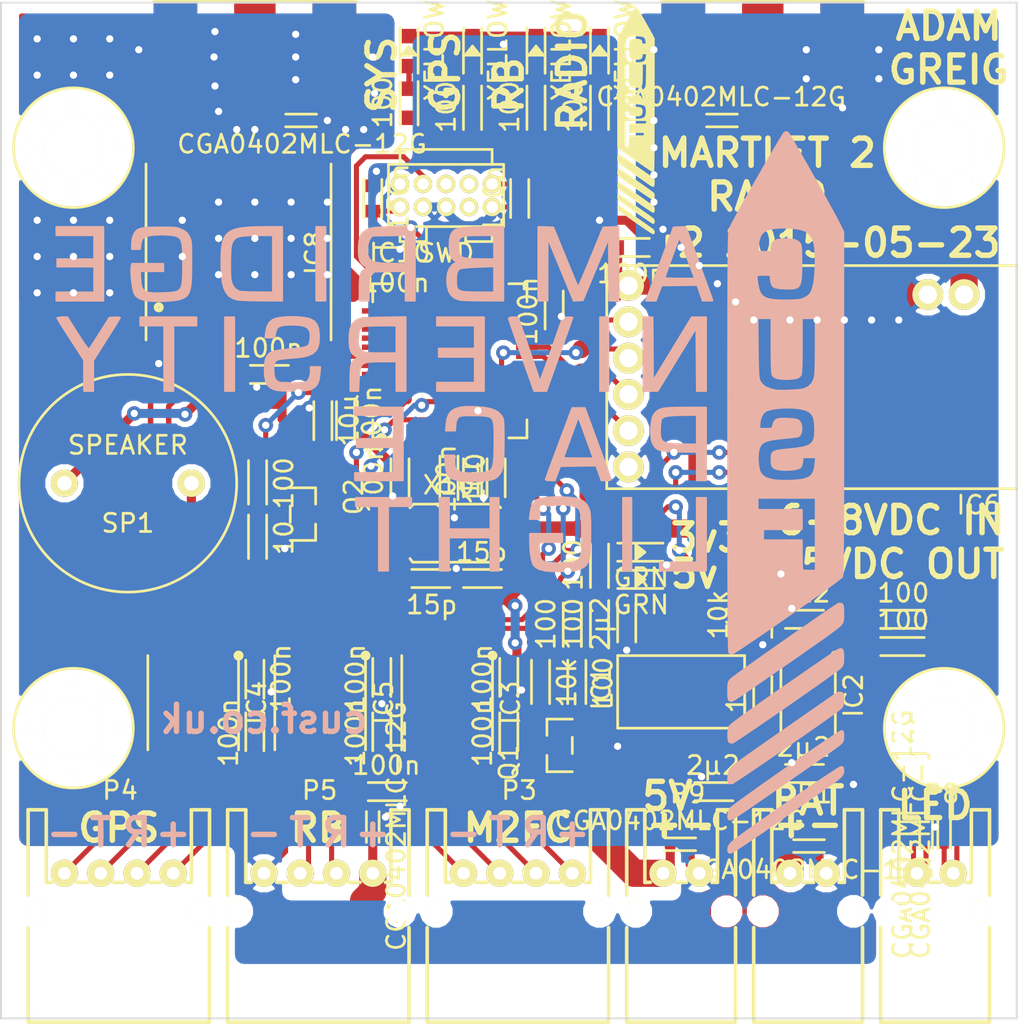
<source format=kicad_pcb>
(kicad_pcb (version 20171130) (host pcbnew "(5.1.12)-1")
  (title_block (title "Martlet 2 Radio Board") (date "Thu 21 May 2015") (rev 2) (company "Cambridge University Spaceflight") (comment 1 "Drawn By: Adam Greig"))
  (layers (0 F.Cu signal) (31 B.Cu signal) (34 B.Paste user hide) (35 F.Paste user hide) (36 B.SilkS user hide) (37 F.SilkS user hide) (38 B.Mask user hide) (39 F.Mask user hide) (44 Edge.Cuts user))
  (net 0 "")
  (net 1 "Net-(C1-Pad1)")
  (net 2 "Net-(C1-Pad2)")
  (net 3 "Net-(C2-Pad1)")
  (net 4 "Net-(C2-Pad2)")
  (net 5 GND)
  (net 6 +3V3)
  (net 7 +5V)
  (net 8 +BATT)
  (net 9 "Net-(C12-Pad2)")
  (net 10 BAT_MON)
  (net 11 nRST)
  (net 12 "Net-(C35-Pad1)")
  (net 13 "Net-(C36-Pad1)")
  (net 14 "Net-(D1-Pad1)")
  (net 15 "Net-(D2-Pad1)")
  (net 16 "Net-(D3-Pad1)")
  (net 17 "Net-(D4-Pad1)")
  (net 18 "Net-(D5-Pad1)")
  (net 19 "Net-(D6-Pad1)")
  (net 20 "Net-(D9-Pad1)")
  (net 21 "Net-(D10-Pad2)")
  (net 22 LED_C)
  (net 23 SER_IN)
  (net 24 SER_OUT)
  (net 25 "Net-(IC3-Pad6)")
  (net 26 "Net-(IC3-Pad7)")
  (net 27 GPS_RX)
  (net 28 GPS_TX)
  (net 29 "Net-(IC4-Pad6)")
  (net 30 "Net-(IC4-Pad7)")
  (net 31 RB_TX)
  (net 32 RB_RX)
  (net 33 "Net-(IC5-Pad6)")
  (net 34 "Net-(IC5-Pad7)")
  (net 35 NTX2B_EN)
  (net 36 NTX2B_TXD)
  (net 37 NTX2B_P1)
  (net 38 NTX2B_P0)
  (net 39 GPS_SDA)
  (net 40 GPS_SCL)
  (net 41 GPS_RESET)
  (net 42 "Net-(IC10-Pad6)")
  (net 43 LED_A)
  (net 44 LED_1)
  (net 45 LED_2)
  (net 46 LED_3)
  (net 47 LED_4)
  (net 48 5V_OUT)
  (net 49 SWDIO)
  (net 50 SWCLK)
  (net 51 BUZZER)
  (net 52 "Net-(Q2-Pad1)")
  (net 53 "Net-(Q2-Pad3)")
  (net 54 "Net-(R6-Pad1)")
  (net 55 "Net-(R7-Pad2)")
  (net 56 "Net-(D12-Pad1)")
  (net 57 "Net-(Q1-Pad1)")
  (net 58 "Net-(D13-Pad2)")
  (net 59 "Net-(IC8-Pad13)")
  (net 60 "Net-(IC8-Pad14)")
  (net 61 "Net-(IC8-Pad15)")
  (net 62 "Net-(IC8-Pad18)")
  (net 63 "Net-(IC8-Pad5)")
  (net 64 "Net-(IC8-Pad4)")
  (net 65 "Net-(IC10-Pad2)")
  (net 66 "Net-(IC10-Pad3)")
  (net 67 "Net-(IC10-Pad4)")
  (net 68 "Net-(IC10-Pad10)")
  (net 69 "Net-(IC10-Pad18)")
  (net 70 "Net-(IC10-Pad22)")
  (net 71 "Net-(IC10-Pad32)")
  (net 72 "Net-(IC10-Pad33)")
  (net 73 "Net-(IC10-Pad38)")
  (net 74 "Net-(IC10-Pad39)")
  (net 75 "Net-(IC10-Pad40)")
  (net 76 "Net-(IC10-Pad41)")
  (net 77 "Net-(P6-Pad6)")
  (net 78 "Net-(P6-Pad7)")
  (net 79 "Net-(P6-Pad8)")
  (module m2r:C0603 (layer F.Cu) (at 92 159.5 270)
    (fp_text reference C1 hide)
    (fp_text value 100n (at 0.75 1.45 270) (layer F.SilkS))
    (pad 1 smd rect (at 0 0 270) (size 0.7 0.8) (layers F.Cu F.Paste F.Mask) (net 1 "Net-(C1-Pad1)"))
    (pad 2 smd rect (at 1.4 0 270) (size 0.7 0.8) (layers F.Cu F.Paste F.Mask) (net 2 "Net-(C1-Pad2)"))
  )
  (module m2r:C0603 (layer F.Cu) (at 106 159.5 270)
    (fp_text reference C2 hide)
    (fp_text value 100n (at 0.75 1.45 270) (layer F.SilkS))
    (pad 1 smd rect (at 0 0 270) (size 0.7 0.8) (layers F.Cu F.Paste F.Mask) (net 3 "Net-(C2-Pad1)"))
    (pad 2 smd rect (at 1.4 0 270) (size 0.7 0.8) (layers F.Cu F.Paste F.Mask) (net 4 "Net-(C2-Pad2)"))
  )
  (module m2r:C0603 (layer F.Cu) (at 99 159.5 270)
    (fp_text reference C3 hide)
    (fp_text value 100n (at 0.75 1.45 270) (layer F.SilkS))
    (pad 1 smd rect (at 0 0 270) (size 0.7 0.8) (layers F.Cu F.Paste F.Mask) (net 5 GND))
    (pad 2 smd rect (at 1.4 0 270) (size 0.7 0.8) (layers F.Cu F.Paste F.Mask) (net 6 +3V3))
  )
  (module m2r:C0603 (layer F.Cu) (at 100 163.5 180)
    (fp_text reference C4 hide)
    (fp_text value 100n (at 0.75 1.45 180) (layer F.SilkS))
    (pad 1 smd rect (at 0 0 180) (size 0.7 0.8) (layers F.Cu F.Paste F.Mask) (net 5 GND))
    (pad 2 smd rect (at 1.4 0 180) (size 0.7 0.8) (layers F.Cu F.Paste F.Mask) (net 7 +5V))
  )
  (module m2r:C0603 (layer F.Cu) (at 92 158 90)
    (fp_text reference C5 hide)
    (fp_text value 100n (at 0.75 1.45 90) (layer F.SilkS))
    (pad 1 smd rect (at 0 0 90) (size 0.7 0.8) (layers F.Cu F.Paste F.Mask) (net 5 GND))
    (pad 2 smd rect (at 1.4 0 90) (size 0.7 0.8) (layers F.Cu F.Paste F.Mask) (net 6 +3V3))
  )
  (module m2r:C0603 (layer F.Cu) (at 106 156.5 270)
    (fp_text reference C6 hide)
    (fp_text value 100n (at 0.75 1.45 270) (layer F.SilkS))
    (pad 1 smd rect (at 0 0 270) (size 0.7 0.8) (layers F.Cu F.Paste F.Mask) (net 6 +3V3))
    (pad 2 smd rect (at 1.4 0 270) (size 0.7 0.8) (layers F.Cu F.Paste F.Mask) (net 5 GND))
  )
  (module m2r:C0603 (layer F.Cu) (at 123 162.5 180)
    (fp_text reference C7 hide)
    (fp_text value 2µ2 (at 0.75 1.45 180) (layer F.SilkS))
    (pad 1 smd rect (at 0 0 180) (size 0.7 0.8) (layers F.Cu F.Paste F.Mask) (net 8 +BATT))
    (pad 2 smd rect (at 1.4 0 180) (size 0.7 0.8) (layers F.Cu F.Paste F.Mask) (net 5 GND))
  )
  (module m2r:C0603 (layer F.Cu) (at 123 154 180)
    (fp_text reference C8 hide)
    (fp_text value 2µ2 (at 0.75 1.45 180) (layer F.SilkS))
    (pad 1 smd rect (at 0 0 180) (size 0.7 0.8) (layers F.Cu F.Paste F.Mask) (net 6 +3V3))
    (pad 2 smd rect (at 1.4 0 180) (size 0.7 0.8) (layers F.Cu F.Paste F.Mask) (net 5 GND))
  )
  (module m2r:C0603 (layer F.Cu) (at 118 163.5 180)
    (fp_text reference C9 hide)
    (fp_text value 2µ2 (at 0.75 1.45 180) (layer F.SilkS))
    (pad 1 smd rect (at 0 0 180) (size 0.7 0.8) (layers F.Cu F.Paste F.Mask) (net 8 +BATT))
    (pad 2 smd rect (at 1.4 0 180) (size 0.7 0.8) (layers F.Cu F.Paste F.Mask) (net 5 GND))
  )
  (module m2r:C0603 (layer F.Cu) (at 112.5 153.5 270)
    (fp_text reference C10 hide)
    (fp_text value 2µ2 (at 0.75 1.45 270) (layer F.SilkS))
    (pad 1 smd rect (at 0 0 270) (size 0.7 0.8) (layers F.Cu F.Paste F.Mask) (net 7 +5V))
    (pad 2 smd rect (at 1.4 0 270) (size 0.7 0.8) (layers F.Cu F.Paste F.Mask) (net 5 GND))
  )
  (module m2r:C0603 (layer F.Cu) (at 99 156.5 270)
    (fp_text reference C11 hide)
    (fp_text value 100n (at 0.75 1.45 270) (layer F.SilkS))
    (pad 1 smd rect (at 0 0 270) (size 0.7 0.8) (layers F.Cu F.Paste F.Mask) (net 6 +3V3))
    (pad 2 smd rect (at 1.4 0 270) (size 0.7 0.8) (layers F.Cu F.Paste F.Mask) (net 5 GND))
  )
  (module m2r:C0603 (layer F.Cu) (at 120 157.5 270)
    (fp_text reference C12 hide)
    (fp_text value 1n (at 0.75 1.45 270) (layer F.SilkS))
    (pad 1 smd rect (at 0 0 270) (size 0.7 0.8) (layers F.Cu F.Paste F.Mask) (net 6 +3V3))
    (pad 2 smd rect (at 1.4 0 270) (size 0.7 0.8) (layers F.Cu F.Paste F.Mask) (net 9 "Net-(C12-Pad2)"))
  )
  (module m2r:C0603 (layer F.Cu) (at 119 151.5)
    (fp_text reference C13 hide)
    (fp_text value 2µ2 (at 0.75 1.45) (layer F.SilkS))
    (pad 1 smd rect (at 0 0) (size 0.7 0.8) (layers F.Cu F.Paste F.Mask) (net 10 BAT_MON))
    (pad 2 smd rect (at 1.4 0) (size 0.7 0.8) (layers F.Cu F.Paste F.Mask) (net 5 GND))
  )
  (module m2r:C0603 (layer F.Cu) (at 98.5 131.5 90)
    (fp_text reference C14 hide)
    (fp_text value 100n (at 0.75 1.45 90) (layer F.SilkS))
    (pad 1 smd rect (at 0 0 90) (size 0.7 0.8) (layers F.Cu F.Paste F.Mask) (net 6 +3V3))
    (pad 2 smd rect (at 1.4 0 90) (size 0.7 0.8) (layers F.Cu F.Paste F.Mask) (net 5 GND))
  )
  (module m2r:C0603 (layer F.Cu) (at 112 133.5)
    (fp_text reference C15 hide)
    (fp_text value 100n (at 0.75 1.45) (layer F.SilkS))
    (pad 1 smd rect (at 0 0) (size 0.7 0.8) (layers F.Cu F.Paste F.Mask) (net 6 +3V3))
    (pad 2 smd rect (at 1.4 0) (size 0.7 0.8) (layers F.Cu F.Paste F.Mask) (net 5 GND))
  )
  (module m2r:C0603 (layer F.Cu) (at 95.75 143.75 90)
    (fp_text reference C23 hide)
    (fp_text value 10µ (at 0.75 1.45 90) (layer F.SilkS))
    (pad 1 smd rect (at 0 0 90) (size 0.7 0.8) (layers F.Cu F.Paste F.Mask) (net 6 +3V3))
    (pad 2 smd rect (at 1.4 0 90) (size 0.7 0.8) (layers F.Cu F.Paste F.Mask) (net 5 GND))
  )
  (module m2r:C0603 (layer F.Cu) (at 99 134)
    (fp_text reference C24 hide)
    (fp_text value 100n (at 0.75 1.45) (layer F.SilkS))
    (pad 1 smd rect (at 0 0) (size 0.7 0.8) (layers F.Cu F.Paste F.Mask) (net 6 +3V3))
    (pad 2 smd rect (at 1.4 0) (size 0.7 0.8) (layers F.Cu F.Paste F.Mask) (net 5 GND))
  )
  (module m2r:C0603 (layer F.Cu) (at 100 145.5 270)
    (fp_text reference C25 hide)
    (fp_text value 100n (at 0.75 1.45 270) (layer F.SilkS))
    (pad 1 smd rect (at 0 0 270) (size 0.7 0.8) (layers F.Cu F.Paste F.Mask) (net 6 +3V3))
    (pad 2 smd rect (at 1.4 0 270) (size 0.7 0.8) (layers F.Cu F.Paste F.Mask) (net 5 GND))
  )
  (module m2r:C0603 (layer F.Cu) (at 108.5 136.25 270)
    (fp_text reference C26 hide)
    (fp_text value 100n (at 0.75 1.45 270) (layer F.SilkS))
    (pad 1 smd rect (at 0 0 270) (size 0.7 0.8) (layers F.Cu F.Paste F.Mask) (net 6 +3V3))
    (pad 2 smd rect (at 1.4 0 270) (size 0.7 0.8) (layers F.Cu F.Paste F.Mask) (net 5 GND))
  )
  (module m2r:C0603 (layer F.Cu) (at 97 143.75 90)
    (fp_text reference C27 hide)
    (fp_text value 100n (at 0.75 1.45 90) (layer F.SilkS))
    (pad 1 smd rect (at 0 0 90) (size 0.7 0.8) (layers F.Cu F.Paste F.Mask) (net 6 +3V3))
    (pad 2 smd rect (at 1.4 0 90) (size 0.7 0.8) (layers F.Cu F.Paste F.Mask) (net 5 GND))
  )
  (module m2r:C0603 (layer F.Cu) (at 105.3 145.5 270)
    (fp_text reference C28 hide)
    (fp_text value 1µ (at 0.75 1.45 270) (layer F.SilkS))
    (pad 1 smd rect (at 0 0 270) (size 0.7 0.8) (layers F.Cu F.Paste F.Mask) (net 6 +3V3))
    (pad 2 smd rect (at 1.4 0 270) (size 0.7 0.8) (layers F.Cu F.Paste F.Mask) (net 5 GND))
  )
  (module m2r:C0603 (layer F.Cu) (at 104 145.5 270)
    (fp_text reference C29 hide)
    (fp_text value 100n (at 0.75 1.45 270) (layer F.SilkS))
    (pad 1 smd rect (at 0 0 270) (size 0.7 0.8) (layers F.Cu F.Paste F.Mask) (net 6 +3V3))
    (pad 2 smd rect (at 1.4 0 270) (size 0.7 0.8) (layers F.Cu F.Paste F.Mask) (net 5 GND))
  )
  (module m2r:C0603 (layer F.Cu) (at 93.5 140.5 180)
    (fp_text reference C30 hide)
    (fp_text value 100n (at 0.75 1.45 180) (layer F.SilkS))
    (pad 1 smd rect (at 0 0 180) (size 0.7 0.8) (layers F.Cu F.Paste F.Mask) (net 6 +3V3))
    (pad 2 smd rect (at 1.4 0 180) (size 0.7 0.8) (layers F.Cu F.Paste F.Mask) (net 5 GND))
  )
  (module m2r:C0603 (layer F.Cu) (at 106.6 130.1 270)
    (fp_text reference C34 hide)
    (fp_text value 100n (at 0.75 1.45 270) (layer F.SilkS))
    (pad 1 smd rect (at 0 0 270) (size 0.7 0.8) (layers F.Cu F.Paste F.Mask) (net 11 nRST))
    (pad 2 smd rect (at 1.4 0 270) (size 0.7 0.8) (layers F.Cu F.Paste F.Mask) (net 5 GND))
  )
  (module m2r:C0603 (layer F.Cu) (at 101 151.75)
    (fp_text reference C35 hide)
    (fp_text value 15p (at 0.75 1.45) (layer F.SilkS))
    (pad 1 smd rect (at 0 0) (size 0.7 0.8) (layers F.Cu F.Paste F.Mask) (net 12 "Net-(C35-Pad1)"))
    (pad 2 smd rect (at 1.4 0) (size 0.7 0.8) (layers F.Cu F.Paste F.Mask) (net 5 GND))
  )
  (module m2r:C0603 (layer F.Cu) (at 105.25 151.75 180)
    (fp_text reference C36 hide)
    (fp_text value 15p (at 0.75 1.45 180) (layer F.SilkS))
    (pad 1 smd rect (at 0 0 180) (size 0.7 0.8) (layers F.Cu F.Paste F.Mask) (net 13 "Net-(C36-Pad1)"))
    (pad 2 smd rect (at 1.4 0 180) (size 0.7 0.8) (layers F.Cu F.Paste F.Mask) (net 5 GND))
  )
  (module m2r:LED0603 (layer F.Cu) (at 112.4 150.3)
    (fp_text reference D1 hide)
    (fp_text value GRN (at 0.9 1.4) (layer F.SilkS))
    (pad 1 smd rect (at 0 0) (size 0.8 0.8) (layers F.Cu F.Paste F.Mask) (net 14 "Net-(D1-Pad1)"))
    (pad 2 smd rect (at 1.65 0) (size 0.8 0.8) (layers F.Cu F.Paste F.Mask) (net 5 GND))
  )
  (module m2r:LED0603 (layer F.Cu) (at 112.4 151.8)
    (fp_text reference D2 hide)
    (fp_text value GRN (at 0.9 1.4) (layer F.SilkS))
    (pad 1 smd rect (at 0 0) (size 0.8 0.8) (layers F.Cu F.Paste F.Mask) (net 15 "Net-(D2-Pad1)"))
    (pad 2 smd rect (at 1.65 0) (size 0.8 0.8) (layers F.Cu F.Paste F.Mask) (net 5 GND))
  )
  (module m2r:LED0603 (layer F.Cu) (at 111 123.5 90)
    (fp_text reference D3 hide)
    (fp_text value YELLOW (at 0.9 1.4 90) (layer F.SilkS))
    (pad 1 smd rect (at 0 0 90) (size 0.8 0.8) (layers F.Cu F.Paste F.Mask) (net 16 "Net-(D3-Pad1)"))
    (pad 2 smd rect (at 1.65 0 90) (size 0.8 0.8) (layers F.Cu F.Paste F.Mask) (net 5 GND))
  )
  (module m2r:LED0603 (layer F.Cu) (at 104 123.5 90)
    (fp_text reference D4 hide)
    (fp_text value YELLOW (at 0.9 1.4 90) (layer F.SilkS))
    (pad 1 smd rect (at 0 0 90) (size 0.8 0.8) (layers F.Cu F.Paste F.Mask) (net 17 "Net-(D4-Pad1)"))
    (pad 2 smd rect (at 1.65 0 90) (size 0.8 0.8) (layers F.Cu F.Paste F.Mask) (net 5 GND))
  )
  (module m2r:LED0603 (layer F.Cu) (at 107.5 123.5 90)
    (fp_text reference D5 hide)
    (fp_text value YELLOW (at 0.9 1.4 90) (layer F.SilkS))
    (pad 1 smd rect (at 0 0 90) (size 0.8 0.8) (layers F.Cu F.Paste F.Mask) (net 18 "Net-(D5-Pad1)"))
    (pad 2 smd rect (at 1.65 0 90) (size 0.8 0.8) (layers F.Cu F.Paste F.Mask) (net 5 GND))
  )
  (module m2r:LED0603 (layer F.Cu) (at 100.5 123.5 90)
    (fp_text reference D6 hide)
    (fp_text value YELLOW (at 0.9 1.4 90) (layer F.SilkS))
    (pad 1 smd rect (at 0 0 90) (size 0.8 0.8) (layers F.Cu F.Paste F.Mask) (net 19 "Net-(D6-Pad1)"))
    (pad 2 smd rect (at 1.65 0 90) (size 0.8 0.8) (layers F.Cu F.Paste F.Mask) (net 5 GND))
  )
  (module m2r:R0402 (layer F.Cu) (at 98.5 166 90)
    (fp_text reference D7 hide)
    (fp_text value CGA0402MLC-12G (at 0.6 1.3 90) (layer F.SilkS))
    (pad 1 smd rect (at 0 0 90) (size 0.6 0.5) (layers F.Cu F.Paste F.Mask) (net 7 +5V))
    (pad 2 smd rect (at 1.1 0 90) (size 0.6 0.5) (layers F.Cu F.Paste F.Mask) (net 5 GND))
  )
  (module m2r:R0402 (layer F.Cu) (at 122 166.5)
    (fp_text reference D8 hide)
    (fp_text value CGA0402MLC-12G (at 0.6 1.3) (layer F.SilkS))
    (pad 1 smd rect (at 0 0) (size 0.6 0.5) (layers F.Cu F.Paste F.Mask) (net 8 +BATT))
    (pad 2 smd rect (at 1.1 0) (size 0.6 0.5) (layers F.Cu F.Paste F.Mask) (net 5 GND))
  )
  (module m2r:R0402 (layer F.Cu) (at 118.3 126.5 180)
    (fp_text reference D9 hide)
    (fp_text value CGA0402MLC-12G (at 0.6 1.3 180) (layer F.SilkS))
    (pad 1 smd rect (at 0 0 180) (size 0.6 0.5) (layers F.Cu F.Paste F.Mask) (net 20 "Net-(D9-Pad1)"))
    (pad 2 smd rect (at 1.1 0 180) (size 0.6 0.5) (layers F.Cu F.Paste F.Mask) (net 5 GND))
  )
  (module m2r:R0402 (layer F.Cu) (at 129 165.25 270)
    (fp_text reference D10 hide)
    (fp_text value CGA0402MLC-12G (at 0.6 1.3 270) (layer F.SilkS))
    (pad 1 smd rect (at 0 0 270) (size 0.6 0.5) (layers F.Cu F.Paste F.Mask) (net 5 GND))
    (pad 2 smd rect (at 1.1 0 270) (size 0.6 0.5) (layers F.Cu F.Paste F.Mask) (net 21 "Net-(D10-Pad2)"))
  )
  (module m2r:R0402 (layer F.Cu) (at 130 165.25 270)
    (fp_text reference D11 hide)
    (fp_text value CGA0402MLC-12G (at 0.6 1.3 270) (layer F.SilkS))
    (pad 1 smd rect (at 0 0 270) (size 0.6 0.5) (layers F.Cu F.Paste F.Mask) (net 5 GND))
    (pad 2 smd rect (at 1.1 0 270) (size 0.6 0.5) (layers F.Cu F.Paste F.Mask) (net 22 LED_C))
  )
  (module m2r:SOT223 (layer F.Cu) (at 115.5 161)
    (fp_text reference IC1 (at -4.4 -3.2 90) (layer F.SilkS))
    (fp_text value ADP3338 hide)
    (pad 2 smd rect (at 0 0) (size 1.3 2.4) (layers F.Cu F.Paste F.Mask) (net 7 +5V))
    (pad 1 smd rect (at -2.3 0) (size 1.3 2.4) (layers F.Cu F.Paste F.Mask) (net 5 GND))
    (pad 3 smd rect (at 2.3 0) (size 1.3 2.4) (layers F.Cu F.Paste F.Mask) (net 8 +BATT))
    (pad 2 smd rect (at 0 -6.1) (size 3.8 2.4) (layers F.Cu F.Paste F.Mask) (net 7 +5V))
  )
  (module m2r:MSOP8 (layer F.Cu) (at 123.5 156 270)
    (fp_text reference IC2 (at 2.2 -1.5 270) (layer F.SilkS))
    (fp_text value ADP3335 hide)
    (pad 1 smd rect (at 0 0 270) (size 1.4 0.4) (layers F.Cu F.Paste F.Mask) (net 6 +3V3))
    (pad 2 smd rect (at 0 0.65 270) (size 1.4 0.4) (layers F.Cu F.Paste F.Mask) (net 6 +3V3))
    (pad 3 smd rect (at 0 1.3 270) (size 1.4 0.4) (layers F.Cu F.Paste F.Mask) (net 6 +3V3))
    (pad 4 smd rect (at 0 1.95 270) (size 1.4 0.4) (layers F.Cu F.Paste F.Mask) (net 5 GND))
    (pad 5 smd rect (at 4.4 1.95 270) (size 1.4 0.4) (layers F.Cu F.Paste F.Mask) (net 9 "Net-(C12-Pad2)"))
    (pad 6 smd rect (at 4.4 1.3 270) (size 1.4 0.4) (layers F.Cu F.Paste F.Mask) (net 8 +BATT))
    (pad 7 smd rect (at 4.4 0.65 270) (size 1.4 0.4) (layers F.Cu F.Paste F.Mask) (net 8 +BATT))
    (pad 8 smd rect (at 4.4 0 270) (size 1.4 0.4) (layers F.Cu F.Paste F.Mask) (net 8 +BATT))
  )
  (module m2r:SOIC8 (layer F.Cu) (at 104.5 156 270)
    (fp_text reference IC3 (at 2.6 -1.6 270) (layer F.SilkS))
    (fp_text value ADuM1201 hide)
    (pad 1 smd rect (at 0 0 270) (size 2.2 0.6) (layers F.Cu F.Paste F.Mask) (net 6 +3V3))
    (pad 2 smd rect (at 0 1.27 270) (size 2.2 0.6) (layers F.Cu F.Paste F.Mask) (net 23 SER_IN))
    (pad 3 smd rect (at 0 2.54 270) (size 2.2 0.6) (layers F.Cu F.Paste F.Mask) (net 24 SER_OUT))
    (pad 4 smd rect (at 0 3.81 270) (size 2.2 0.6) (layers F.Cu F.Paste F.Mask) (net 5 GND))
    (pad 5 smd rect (at 5.207 3.81 270) (size 2.2 0.6) (layers F.Cu F.Paste F.Mask) (net 3 "Net-(C2-Pad1)"))
    (pad 6 smd rect (at 5.207 2.54 270) (size 2.2 0.6) (layers F.Cu F.Paste F.Mask) (net 25 "Net-(IC3-Pad6)"))
    (pad 7 smd rect (at 5.207 1.27 270) (size 2.2 0.6) (layers F.Cu F.Paste F.Mask) (net 26 "Net-(IC3-Pad7)"))
    (pad 8 smd rect (at 5.207 0 270) (size 2.2 0.6) (layers F.Cu F.Paste F.Mask) (net 4 "Net-(C2-Pad2)"))
  )
  (module m2r:SOIC8 (layer F.Cu) (at 90.5 156 270)
    (fp_text reference IC4 (at 2.6 -1.6 270) (layer F.SilkS))
    (fp_text value ADuM1201 hide)
    (pad 1 smd rect (at 0 0 270) (size 2.2 0.6) (layers F.Cu F.Paste F.Mask) (net 6 +3V3))
    (pad 2 smd rect (at 0 1.27 270) (size 2.2 0.6) (layers F.Cu F.Paste F.Mask) (net 27 GPS_RX))
    (pad 3 smd rect (at 0 2.54 270) (size 2.2 0.6) (layers F.Cu F.Paste F.Mask) (net 28 GPS_TX))
    (pad 4 smd rect (at 0 3.81 270) (size 2.2 0.6) (layers F.Cu F.Paste F.Mask) (net 5 GND))
    (pad 5 smd rect (at 5.207 3.81 270) (size 2.2 0.6) (layers F.Cu F.Paste F.Mask) (net 1 "Net-(C1-Pad1)"))
    (pad 6 smd rect (at 5.207 2.54 270) (size 2.2 0.6) (layers F.Cu F.Paste F.Mask) (net 29 "Net-(IC4-Pad6)"))
    (pad 7 smd rect (at 5.207 1.27 270) (size 2.2 0.6) (layers F.Cu F.Paste F.Mask) (net 30 "Net-(IC4-Pad7)"))
    (pad 8 smd rect (at 5.207 0 270) (size 2.2 0.6) (layers F.Cu F.Paste F.Mask) (net 2 "Net-(C1-Pad2)"))
  )
  (module m2r:SOIC8 (layer F.Cu) (at 97.5 156 270)
    (fp_text reference IC5 (at 2.6 -1.6 270) (layer F.SilkS))
    (fp_text value ADuM1201 hide)
    (pad 1 smd rect (at 0 0 270) (size 2.2 0.6) (layers F.Cu F.Paste F.Mask) (net 6 +3V3))
    (pad 2 smd rect (at 0 1.27 270) (size 2.2 0.6) (layers F.Cu F.Paste F.Mask) (net 31 RB_TX))
    (pad 3 smd rect (at 0 2.54 270) (size 2.2 0.6) (layers F.Cu F.Paste F.Mask) (net 32 RB_RX))
    (pad 4 smd rect (at 0 3.81 270) (size 2.2 0.6) (layers F.Cu F.Paste F.Mask) (net 5 GND))
    (pad 5 smd rect (at 5.207 3.81 270) (size 2.2 0.6) (layers F.Cu F.Paste F.Mask) (net 5 GND))
    (pad 6 smd rect (at 5.207 2.54 270) (size 2.2 0.6) (layers F.Cu F.Paste F.Mask) (net 33 "Net-(IC5-Pad6)"))
    (pad 7 smd rect (at 5.207 1.27 270) (size 2.2 0.6) (layers F.Cu F.Paste F.Mask) (net 34 "Net-(IC5-Pad7)"))
    (pad 8 smd rect (at 5.207 0 270) (size 2.2 0.6) (layers F.Cu F.Paste F.Mask) (net 6 +3V3))
  )
  (module m2r:MTX2 (layer F.Cu) (at 134 134.5 180)
    (fp_text reference IC6 (at 2.1 -13.2 180) (layer F.SilkS))
    (fp_text value MTX2 hide)
    (pad 1 thru_hole circle (at 2.9 -1.6 180) (size 1.7 1.7) (drill 1) (layers *.Cu *.Mask F.SilkS) (net 20 "Net-(D9-Pad1)"))
    (pad 2 thru_hole circle (at 4.9 -1.6 180) (size 1.7 1.7) (drill 1) (layers *.Cu *.Mask F.SilkS) (net 5 GND))
    (pad 3 thru_hole circle (at 21.4 -1.1 180) (size 1.7 1.7) (drill 1) (layers *.Cu *.Mask F.SilkS) (net 6 +3V3))
    (pad 4 thru_hole circle (at 21.4 -3.1 180) (size 1.7 1.7) (drill 1) (layers *.Cu *.Mask F.SilkS) (net 35 NTX2B_EN))
    (pad 5 thru_hole circle (at 21.4 -5.1 180) (size 1.7 1.7) (drill 1) (layers *.Cu *.Mask F.SilkS) (net 36 NTX2B_TXD))
    (pad 6 thru_hole circle (at 21.4 -7.1 180) (size 1.7 1.7) (drill 1) (layers *.Cu *.Mask F.SilkS) (net 37 NTX2B_P1))
    (pad 7 thru_hole circle (at 21.4 -9.1 180) (size 1.7 1.7) (drill 1) (layers *.Cu *.Mask F.SilkS) (net 38 NTX2B_P0))
    (pad 8 thru_hole circle (at 21.4 -11.1 180) (size 1.7 1.7) (drill 1) (layers *.Cu *.Mask F.SilkS) (net 5 GND))
  )
  (module m2r:MAX-7Q (layer F.Cu) (at 95.5 129 270)
    (fp_text reference IC8 (at 4.8 0.2 270) (layer F.SilkS))
    (fp_text value MAX-7Q hide)
    (pad 10 smd rect (at 0 0 270) (size 1.8 0.7) (layers F.Cu F.Paste F.Mask) (net 5 GND))
    (pad 11 smd rect (at 0 1.1 270) (size 1.8 0.8) (layers F.Cu F.Paste F.Mask) (net 56 "Net-(D12-Pad1)"))
    (pad 12 smd rect (at 0 2.2 270) (size 1.8 0.8) (layers F.Cu F.Paste F.Mask) (net 5 GND))
    (pad 13 smd rect (at 0 3.3 270) (size 1.8 0.8) (layers F.Cu F.Paste F.Mask) (net 59 "Net-(IC8-Pad13)"))
    (pad 14 smd rect (at 0 4.4 270) (size 1.8 0.8) (layers F.Cu F.Paste F.Mask) (net 60 "Net-(IC8-Pad14)"))
    (pad 15 smd rect (at 0 5.5 270) (size 1.8 0.8) (layers F.Cu F.Paste F.Mask) (net 61 "Net-(IC8-Pad15)"))
    (pad 16 smd rect (at 0 6.6 270) (size 1.8 0.8) (layers F.Cu F.Paste F.Mask) (net 39 GPS_SDA))
    (pad 17 smd rect (at 0 7.7 270) (size 1.8 0.8) (layers F.Cu F.Paste F.Mask) (net 40 GPS_SCL))
    (pad 18 smd rect (at 0 8.8 270) (size 1.8 0.7) (layers F.Cu F.Paste F.Mask) (net 62 "Net-(IC8-Pad18)"))
    (pad 9 smd rect (at 9.5 0 270) (size 1.8 0.7) (layers F.Cu F.Paste F.Mask) (net 41 GPS_RESET))
    (pad 1 smd rect (at 9.5 8.8 270) (size 1.8 0.7) (layers F.Cu F.Paste F.Mask) (net 5 GND))
    (pad 8 smd rect (at 9.5 1.1 270) (size 1.8 0.8) (layers F.Cu F.Paste F.Mask) (net 6 +3V3))
    (pad 7 smd rect (at 9.5 2.2 270) (size 1.8 0.8) (layers F.Cu F.Paste F.Mask) (net 6 +3V3))
    (pad 6 smd rect (at 9.5 3.3 270) (size 1.8 0.8) (layers F.Cu F.Paste F.Mask) (net 6 +3V3))
    (pad 5 smd rect (at 9.5 4.4 270) (size 1.8 0.8) (layers F.Cu F.Paste F.Mask) (net 63 "Net-(IC8-Pad5)"))
    (pad 4 smd rect (at 9.5 5.5 270) (size 1.8 0.8) (layers F.Cu F.Paste F.Mask) (net 64 "Net-(IC8-Pad4)"))
    (pad 3 smd rect (at 9.5 6.6 270) (size 1.8 0.8) (layers F.Cu F.Paste F.Mask) (net 27 GPS_RX))
    (pad 2 smd rect (at 9.5 7.7 270) (size 1.8 0.8) (layers F.Cu F.Paste F.Mask) (net 28 GPS_TX))
  )
  (module m2r:LQFP48 (layer F.Cu) (at 100 144)
    (fp_text reference IC10 (at 0 -10.2) (layer F.SilkS))
    (fp_text value STM32F303C hide)
    (pad 1 smd rect (at 0 0) (size 0.3 1.2) (layers F.Cu F.Paste F.Mask) (net 6 +3V3))
    (pad 2 smd rect (at 0.5 0) (size 0.3 1.2) (layers F.Cu F.Paste F.Mask) (net 65 "Net-(IC10-Pad2)"))
    (pad 3 smd rect (at 1 0) (size 0.3 1.2) (layers F.Cu F.Paste F.Mask) (net 66 "Net-(IC10-Pad3)"))
    (pad 4 smd rect (at 1.5 0) (size 0.3 1.2) (layers F.Cu F.Paste F.Mask) (net 67 "Net-(IC10-Pad4)"))
    (pad 5 smd rect (at 2 0) (size 0.3 1.2) (layers F.Cu F.Paste F.Mask) (net 12 "Net-(C35-Pad1)"))
    (pad 6 smd rect (at 2.5 0) (size 0.3 1.2) (layers F.Cu F.Paste F.Mask) (net 42 "Net-(IC10-Pad6)"))
    (pad 7 smd rect (at 3 0) (size 0.3 1.2) (layers F.Cu F.Paste F.Mask) (net 11 nRST))
    (pad 8 smd rect (at 3.5 0) (size 0.3 1.2) (layers F.Cu F.Paste F.Mask) (net 5 GND))
    (pad 9 smd rect (at 4 0) (size 0.3 1.2) (layers F.Cu F.Paste F.Mask) (net 6 +3V3))
    (pad 10 smd rect (at 4.5 0) (size 0.3 1.2) (layers F.Cu F.Paste F.Mask) (net 68 "Net-(IC10-Pad10)"))
    (pad 11 smd rect (at 5 0) (size 0.3 1.2) (layers F.Cu F.Paste F.Mask) (net 48 5V_OUT))
    (pad 12 smd rect (at 5.5 0) (size 0.3 1.2) (layers F.Cu F.Paste F.Mask) (net 24 SER_OUT))
    (pad 13 smd rect (at 7 -1.5) (size 1.2 0.3) (layers F.Cu F.Paste F.Mask) (net 23 SER_IN))
    (pad 14 smd rect (at 7 -2) (size 1.2 0.3) (layers F.Cu F.Paste F.Mask) (net 36 NTX2B_TXD))
    (pad 15 smd rect (at 7 -2.5) (size 1.2 0.3) (layers F.Cu F.Paste F.Mask) (net 10 BAT_MON))
    (pad 16 smd rect (at 7 -3) (size 1.2 0.3) (layers F.Cu F.Paste F.Mask) (net 43 LED_A))
    (pad 17 smd rect (at 7 -3.5) (size 1.2 0.3) (layers F.Cu F.Paste F.Mask) (net 22 LED_C))
    (pad 18 smd rect (at 7 -4) (size 1.2 0.3) (layers F.Cu F.Paste F.Mask) (net 69 "Net-(IC10-Pad18)"))
    (pad 19 smd rect (at 7 -4.5) (size 1.2 0.3) (layers F.Cu F.Paste F.Mask) (net 38 NTX2B_P0))
    (pad 20 smd rect (at 7 -5) (size 1.2 0.3) (layers F.Cu F.Paste F.Mask) (net 37 NTX2B_P1))
    (pad 21 smd rect (at 7 -5.5) (size 1.2 0.3) (layers F.Cu F.Paste F.Mask) (net 35 NTX2B_EN))
    (pad 22 smd rect (at 7 -6) (size 1.2 0.3) (layers F.Cu F.Paste F.Mask) (net 70 "Net-(IC10-Pad22)"))
    (pad 23 smd rect (at 7 -6.5) (size 1.2 0.3) (layers F.Cu F.Paste F.Mask) (net 5 GND))
    (pad 24 smd rect (at 7 -7) (size 1.2 0.3) (layers F.Cu F.Paste F.Mask) (net 6 +3V3))
    (pad 25 smd rect (at 5.5 -8.5) (size 0.3 1.2) (layers F.Cu F.Paste F.Mask) (net 44 LED_1))
    (pad 26 smd rect (at 5 -8.5) (size 0.3 1.2) (layers F.Cu F.Paste F.Mask) (net 45 LED_2))
    (pad 27 smd rect (at 4.5 -8.5) (size 0.3 1.2) (layers F.Cu F.Paste F.Mask) (net 46 LED_3))
    (pad 28 smd rect (at 4 -8.5) (size 0.3 1.2) (layers F.Cu F.Paste F.Mask) (net 47 LED_4))
    (pad 29 smd rect (at 3.5 -8.5) (size 0.3 1.2) (layers F.Cu F.Paste F.Mask) (net 11 nRST))
    (pad 30 smd rect (at 3 -8.5) (size 0.3 1.2) (layers F.Cu F.Paste F.Mask) (net 32 RB_RX))
    (pad 31 smd rect (at 2.5 -8.5) (size 0.3 1.2) (layers F.Cu F.Paste F.Mask) (net 31 RB_TX))
    (pad 32 smd rect (at 2 -8.5) (size 0.3 1.2) (layers F.Cu F.Paste F.Mask) (net 71 "Net-(IC10-Pad32)"))
    (pad 33 smd rect (at 1.5 -8.5) (size 0.3 1.2) (layers F.Cu F.Paste F.Mask) (net 72 "Net-(IC10-Pad33)"))
    (pad 34 smd rect (at 1 -8.5) (size 0.3 1.2) (layers F.Cu F.Paste F.Mask) (net 49 SWDIO))
    (pad 35 smd rect (at 0.5 -8.5) (size 0.3 1.2) (layers F.Cu F.Paste F.Mask) (net 5 GND))
    (pad 36 smd rect (at 0 -8.5) (size 0.3 1.2) (layers F.Cu F.Paste F.Mask) (net 6 +3V3))
    (pad 37 smd rect (at -1.5 -7) (size 1.2 0.3) (layers F.Cu F.Paste F.Mask) (net 50 SWCLK))
    (pad 38 smd rect (at -1.5 -6.5) (size 1.2 0.3) (layers F.Cu F.Paste F.Mask) (net 73 "Net-(IC10-Pad38)"))
    (pad 39 smd rect (at -1.5 -6) (size 1.2 0.3) (layers F.Cu F.Paste F.Mask) (net 74 "Net-(IC10-Pad39)"))
    (pad 40 smd rect (at -1.5 -5.5) (size 1.2 0.3) (layers F.Cu F.Paste F.Mask) (net 75 "Net-(IC10-Pad40)"))
    (pad 41 smd rect (at -1.5 -5) (size 1.2 0.3) (layers F.Cu F.Paste F.Mask) (net 76 "Net-(IC10-Pad41)"))
    (pad 42 smd rect (at -1.5 -4.5) (size 1.2 0.3) (layers F.Cu F.Paste F.Mask) (net 40 GPS_SCL))
    (pad 43 smd rect (at -1.5 -4) (size 1.2 0.3) (layers F.Cu F.Paste F.Mask) (net 39 GPS_SDA))
    (pad 44 smd rect (at -1.5 -3.5) (size 1.2 0.3) (layers F.Cu F.Paste F.Mask) (net 5 GND))
    (pad 45 smd rect (at -1.5 -3) (size 1.2 0.3) (layers F.Cu F.Paste F.Mask) (net 41 GPS_RESET))
    (pad 46 smd rect (at -1.5 -2.5) (size 1.2 0.3) (layers F.Cu F.Paste F.Mask) (net 51 BUZZER))
    (pad 47 smd rect (at -1.5 -2) (size 1.2 0.3) (layers F.Cu F.Paste F.Mask) (net 5 GND))
    (pad 48 smd rect (at -1.5 -1.5) (size 1.2 0.3) (layers F.Cu F.Paste F.Mask) (net 6 +3V3))
  )
  (module m2r:FTSH-105-01-F-D-K (layer F.Cu) (at 100 130)
    (fp_text reference P6 hide)
    (fp_text value SWD (at 2.54 3.81) (layer F.SilkS))
    (pad 1 thru_hole circle (at 0 1.27) (size 1.016 1.016) (drill 0.635) (layers *.Cu *.Mask F.SilkS) (net 6 +3V3))
    (pad 2 thru_hole circle (at 0 0) (size 1.016 1.016) (drill 0.635) (layers *.Cu *.Mask F.SilkS) (net 49 SWDIO))
    (pad 3 thru_hole circle (at 1.27 1.27) (size 1.016 1.016) (drill 0.635) (layers *.Cu *.Mask F.SilkS) (net 5 GND))
    (pad 4 thru_hole circle (at 1.27 0) (size 1.016 1.016) (drill 0.635) (layers *.Cu *.Mask F.SilkS) (net 50 SWCLK))
    (pad 5 thru_hole circle (at 2.54 1.27) (size 1.016 1.016) (drill 0.635) (layers *.Cu *.Mask F.SilkS) (net 5 GND))
    (pad 6 thru_hole circle (at 2.54 0) (size 1.016 1.016) (drill 0.635) (layers *.Cu *.Mask F.SilkS) (net 77 "Net-(P6-Pad6)"))
    (pad 7 thru_hole circle (at 3.81 1.27) (size 1.016 1.016) (drill 0.635) (layers *.Cu *.Mask F.SilkS) (net 78 "Net-(P6-Pad7)"))
    (pad 8 thru_hole circle (at 3.81 0) (size 1.016 1.016) (drill 0.635) (layers *.Cu *.Mask F.SilkS) (net 79 "Net-(P6-Pad8)"))
    (pad 9 thru_hole circle (at 5.08 1.27) (size 1.016 1.016) (drill 0.635) (layers *.Cu *.Mask F.SilkS) (net 5 GND))
    (pad 10 thru_hole circle (at 5.08 0) (size 1.016 1.016) (drill 0.635) (layers *.Cu *.Mask F.SilkS) (net 11 nRST))
  )
  (module m2r:SOT-23 (layer F.Cu) (at 109.8 161.9 90)
    (fp_text reference Q1 (at 0 -3.8 90) (layer F.SilkS))
    (fp_text value Q_PMOS_GSD_PSV hide)
    (pad 1 smd rect (at 0 0 90) (size 0.8 1) (layers F.Cu F.Paste F.Mask) (net 57 "Net-(Q1-Pad1)"))
    (pad 2 smd rect (at 1.9 0 90) (size 0.8 1) (layers F.Cu F.Paste F.Mask) (net 7 +5V))
    (pad 3 smd rect (at 0.95 -2 90) (size 0.8 1) (layers F.Cu F.Paste F.Mask) (net 58 "Net-(D13-Pad2)"))
  )
  (module m2r:SOT-23 (layer F.Cu) (at 93.65 147.25 270)
    (fp_text reference Q2 (at 0 -3.8 270) (layer F.SilkS))
    (fp_text value Q_NMOS_GSD_PSV hide)
    (pad 1 smd rect (at 0 0 270) (size 0.8 1) (layers F.Cu F.Paste F.Mask) (net 52 "Net-(Q2-Pad1)"))
    (pad 2 smd rect (at 1.9 0 270) (size 0.8 1) (layers F.Cu F.Paste F.Mask) (net 5 GND))
    (pad 3 smd rect (at 0.95 -2 270) (size 0.8 1) (layers F.Cu F.Paste F.Mask) (net 53 "Net-(Q2-Pad3)"))
  )
  (module m2r:R0603 (layer F.Cu) (at 119 153 270)
    (fp_text reference R1 hide)
    (fp_text value 10k (at 0.75 1.45 270) (layer F.SilkS))
    (pad 1 smd rect (at 0 0 270) (size 0.8 0.8) (layers F.Cu F.Paste F.Mask) (net 10 BAT_MON))
    (pad 2 smd rect (at 1.6 0 270) (size 0.8 0.8) (layers F.Cu F.Paste F.Mask) (net 8 +BATT))
  )
  (module m2r:R0603 (layer F.Cu) (at 120 153 270)
    (fp_text reference R2 hide)
    (fp_text value 1k (at 0.75 1.45 270) (layer F.SilkS))
    (pad 1 smd rect (at 0 0 270) (size 0.8 0.8) (layers F.Cu F.Paste F.Mask) (net 10 BAT_MON))
    (pad 2 smd rect (at 1.6 0 270) (size 0.8 0.8) (layers F.Cu F.Paste F.Mask) (net 5 GND))
  )
  (module m2r:R0603 (layer F.Cu) (at 107.75 158.25 90)
    (fp_text reference R3 hide)
    (fp_text value 10k (at 0.75 1.45 90) (layer F.SilkS))
    (pad 1 smd rect (at 0 0 90) (size 0.8 0.8) (layers F.Cu F.Paste F.Mask) (net 7 +5V))
    (pad 2 smd rect (at 1.6 0 90) (size 0.8 0.8) (layers F.Cu F.Paste F.Mask) (net 48 5V_OUT))
  )
  (module m2r:R0603 (layer F.Cu) (at 128.5 155.5 180)
    (fp_text reference R4 hide)
    (fp_text value 100 (at 0.75 1.45 180) (layer F.SilkS))
    (pad 1 smd rect (at 0 0 180) (size 0.8 0.8) (layers F.Cu F.Paste F.Mask) (net 21 "Net-(D10-Pad2)"))
    (pad 2 smd rect (at 1.6 0 180) (size 0.8 0.8) (layers F.Cu F.Paste F.Mask) (net 43 LED_A))
  )
  (module m2r:R0603 (layer F.Cu) (at 128.5 154 180)
    (fp_text reference R5 hide)
    (fp_text value 100 (at 0.75 1.45 180) (layer F.SilkS))
    (pad 1 smd rect (at 0 0 180) (size 0.8 0.8) (layers F.Cu F.Paste F.Mask) (net 21 "Net-(D10-Pad2)"))
    (pad 2 smd rect (at 1.6 0 180) (size 0.8 0.8) (layers F.Cu F.Paste F.Mask) (net 43 LED_A))
  )
  (module m2r:R0603 (layer F.Cu) (at 92.15 150.25 90)
    (fp_text reference R6 hide)
    (fp_text value 10 (at 0.75 1.45 90) (layer F.SilkS))
    (pad 1 smd rect (at 0 0 90) (size 0.8 0.8) (layers F.Cu F.Paste F.Mask) (net 54 "Net-(R6-Pad1)"))
    (pad 2 smd rect (at 1.6 0 90) (size 0.8 0.8) (layers F.Cu F.Paste F.Mask) (net 53 "Net-(Q2-Pad3)"))
  )
  (module m2r:R0603 (layer F.Cu) (at 109.5 153.5 270)
    (fp_text reference R7 hide)
    (fp_text value 100 (at 0.75 1.45 270) (layer F.SilkS))
    (pad 1 smd rect (at 0 0 270) (size 0.8 0.8) (layers F.Cu F.Paste F.Mask) (net 15 "Net-(D2-Pad1)"))
    (pad 2 smd rect (at 1.6 0 270) (size 0.8 0.8) (layers F.Cu F.Paste F.Mask) (net 55 "Net-(R7-Pad2)"))
  )
  (module m2r:R0603 (layer F.Cu) (at 111 150.25 270)
    (fp_text reference R8 hide)
    (fp_text value 100 (at 0.75 1.45 270) (layer F.SilkS))
    (pad 1 smd rect (at 0 0 270) (size 0.8 0.8) (layers F.Cu F.Paste F.Mask) (net 14 "Net-(D1-Pad1)"))
    (pad 2 smd rect (at 1.6 0 270) (size 0.8 0.8) (layers F.Cu F.Paste F.Mask) (net 6 +3V3))
  )
  (module m2r:R0603 (layer F.Cu) (at 111 153.5 270)
    (fp_text reference R9 hide)
    (fp_text value 100 (at 0.75 1.45 270) (layer F.SilkS))
    (pad 1 smd rect (at 0 0 270) (size 0.8 0.8) (layers F.Cu F.Paste F.Mask) (net 7 +5V))
    (pad 2 smd rect (at 1.6 0 270) (size 0.8 0.8) (layers F.Cu F.Paste F.Mask) (net 55 "Net-(R7-Pad2)"))
  )
  (module m2r:R0603 (layer F.Cu) (at 111 125 270)
    (fp_text reference R10 hide)
    (fp_text value 100 (at 0.75 1.45 270) (layer F.SilkS))
    (pad 1 smd rect (at 0 0 270) (size 0.8 0.8) (layers F.Cu F.Paste F.Mask) (net 16 "Net-(D3-Pad1)"))
    (pad 2 smd rect (at 1.6 0 270) (size 0.8 0.8) (layers F.Cu F.Paste F.Mask) (net 44 LED_1))
  )
  (module m2r:R0603 (layer F.Cu) (at 104 125 270)
    (fp_text reference R11 hide)
    (fp_text value 100 (at 0.75 1.45 270) (layer F.SilkS))
    (pad 1 smd rect (at 0 0 270) (size 0.8 0.8) (layers F.Cu F.Paste F.Mask) (net 17 "Net-(D4-Pad1)"))
    (pad 2 smd rect (at 1.6 0 270) (size 0.8 0.8) (layers F.Cu F.Paste F.Mask) (net 46 LED_3))
  )
  (module m2r:R0603 (layer F.Cu) (at 107.5 125 270)
    (fp_text reference R12 hide)
    (fp_text value 100 (at 0.75 1.45 270) (layer F.SilkS))
    (pad 1 smd rect (at 0 0 270) (size 0.8 0.8) (layers F.Cu F.Paste F.Mask) (net 18 "Net-(D5-Pad1)"))
    (pad 2 smd rect (at 1.6 0 270) (size 0.8 0.8) (layers F.Cu F.Paste F.Mask) (net 45 LED_2))
  )
  (module m2r:R0603 (layer F.Cu) (at 100.5 124.75 270)
    (fp_text reference R13 hide)
    (fp_text value 100 (at 0.75 1.45 270) (layer F.SilkS))
    (pad 1 smd rect (at 0 0 270) (size 0.8 0.8) (layers F.Cu F.Paste F.Mask) (net 19 "Net-(D6-Pad1)"))
    (pad 2 smd rect (at 1.6 0 270) (size 0.8 0.8) (layers F.Cu F.Paste F.Mask) (net 47 LED_4))
  )
  (module m2r:R0603 (layer F.Cu) (at 102.7 147 90)
    (fp_text reference R14 hide)
    (fp_text value 100 (at 0.75 1.45 90) (layer F.SilkS))
    (pad 1 smd rect (at 0 0 90) (size 0.8 0.8) (layers F.Cu F.Paste F.Mask) (net 13 "Net-(C36-Pad1)"))
    (pad 2 smd rect (at 1.6 0 90) (size 0.8 0.8) (layers F.Cu F.Paste F.Mask) (net 42 "Net-(IC10-Pad6)"))
  )
  (module m2r:R0603 (layer F.Cu) (at 92.15 147.25 90)
    (fp_text reference R15 hide)
    (fp_text value 100 (at 0.75 1.45 90) (layer F.SilkS))
    (pad 1 smd rect (at 0 0 90) (size 0.8 0.8) (layers F.Cu F.Paste F.Mask) (net 52 "Net-(Q2-Pad1)"))
    (pad 2 smd rect (at 1.6 0 90) (size 0.8 0.8) (layers F.Cu F.Paste F.Mask) (net 51 BUZZER))
  )
  (module m2r:ABI-042-RC (layer F.Cu) (at 85 146.5)
    (fp_text reference SP1 (at 0 2.2) (layer F.SilkS))
    (fp_text value SPEAKER (at 0 -2.1) (layer F.SilkS))
    (pad 1 thru_hole circle (at -3.5 0) (size 1.5 1.5) (drill 0.8) (layers *.Cu *.Mask F.SilkS) (net 6 +3V3))
    (pad 2 thru_hole circle (at 3.5 0) (size 1.5 1.5) (drill 0.8) (layers *.Cu *.Mask F.SilkS) (net 54 "Net-(R6-Pad1)"))
  )
  (module m2r:TESTPAD (layer F.Cu) (at 125 156)
    (fp_text reference TP1 hide)
    (fp_text value TESTPAD hide)
    (pad 1 smd circle (at 0 0) (size 1 1) (layers F.Cu F.Mask) (net 6 +3V3))
  )
  (module m2r:TESTPAD (layer F.Cu) (at 115.5 153)
    (fp_text reference TP2 hide)
    (fp_text value TESTPAD hide)
    (pad 1 smd circle (at 0 0) (size 1 1) (layers F.Cu F.Mask) (net 7 +5V))
  )
  (module m2r:TESTPAD (layer F.Cu) (at 89.5 154)
    (fp_text reference TP4 hide)
    (fp_text value TESTPAD hide)
    (pad 1 smd circle (at 0 0) (size 1 1) (layers F.Cu F.Mask) (net 27 GPS_RX))
  )
  (module m2r:TESTPAD (layer F.Cu) (at 88 154)
    (fp_text reference TP7 hide)
    (fp_text value TESTPAD hide)
    (pad 1 smd circle (at 0 0) (size 1 1) (layers F.Cu F.Mask) (net 28 GPS_TX))
  )
  (module m2r:TESTPAD (layer F.Cu) (at 120 164)
    (fp_text reference TP11 hide)
    (fp_text value TESTPAD hide)
    (pad 1 smd circle (at 0 0) (size 1 1) (layers F.Cu F.Mask) (net 8 +BATT))
  )
  (module m2r:TESTPAD (layer F.Cu) (at 125 164)
    (fp_text reference TP12 hide)
    (fp_text value TESTPAD hide)
    (pad 1 smd circle (at 0 0) (size 1 1) (layers F.Cu F.Mask) (net 5 GND))
  )
  (module m2r:TESTPAD (layer F.Cu) (at 117.65 151.5)
    (fp_text reference TP13 hide)
    (fp_text value TESTPAD hide)
    (pad 1 smd circle (at 0 0) (size 1 1) (layers F.Cu F.Mask) (net 10 BAT_MON))
  )
  (module m2r:TESTPAD (layer F.Cu) (at 95 154)
    (fp_text reference TP14 hide)
    (fp_text value TESTPAD hide)
    (pad 1 smd circle (at 0 0) (size 1 1) (layers F.Cu F.Mask) (net 32 RB_RX))
  )
  (module m2r:TESTPAD (layer F.Cu) (at 96.5 154)
    (fp_text reference TP15 hide)
    (fp_text value TESTPAD hide)
    (pad 1 smd circle (at 0 0) (size 1 1) (layers F.Cu F.Mask) (net 31 RB_TX))
  )
  (module m2r:TESTPAD (layer F.Cu) (at 101.55 154.05)
    (fp_text reference TP16 hide)
    (fp_text value TESTPAD hide)
    (pad 1 smd circle (at 0 0) (size 1 1) (layers F.Cu F.Mask) (net 24 SER_OUT))
  )
  (module m2r:TESTPAD (layer F.Cu) (at 107.5 155.25)
    (fp_text reference TP17 hide)
    (fp_text value TESTPAD hide)
    (pad 1 smd circle (at 0 0) (size 1 1) (layers F.Cu F.Mask) (net 23 SER_IN))
  )
  (module m2r:TESTPAD (layer F.Cu) (at 125.6 154)
    (fp_text reference TP18 hide)
    (fp_text value TESTPAD hide)
    (pad 1 smd circle (at 0 0) (size 1 1) (layers F.Cu F.Mask) (net 43 LED_A))
  )
  (module m2r:TESTPAD (layer F.Cu) (at 95.5 140.5)
    (fp_text reference TP19 hide)
    (fp_text value TESTPAD hide)
    (pad 1 smd circle (at 0 0) (size 1 1) (layers F.Cu F.Mask) (net 41 GPS_RESET))
  )
  (module m2r:TESTPAD (layer F.Cu) (at 87.5 127)
    (fp_text reference TP20 hide)
    (fp_text value TESTPAD hide)
    (pad 1 smd circle (at 0 0) (size 1 1) (layers F.Cu F.Mask) (net 40 GPS_SCL))
  )
  (module m2r:TESTPAD (layer F.Cu) (at 89 127)
    (fp_text reference TP21 hide)
    (fp_text value TESTPAD hide)
    (pad 1 smd circle (at 0 0) (size 1 1) (layers F.Cu F.Mask) (net 39 GPS_SDA))
  )
  (module m2r:TESTPAD (layer F.Cu) (at 110 137.5)
    (fp_text reference TP22 hide)
    (fp_text value TESTPAD hide)
    (pad 1 smd circle (at 0 0) (size 1 1) (layers F.Cu F.Mask) (net 35 NTX2B_EN))
  )
  (module m2r:TESTPAD (layer F.Cu) (at 110 139.1)
    (fp_text reference TP23 hide)
    (fp_text value TESTPAD hide)
    (pad 1 smd circle (at 0 0) (size 1 1) (layers F.Cu F.Mask) (net 36 NTX2B_TXD))
  )
  (module m2r:TESTPAD (layer F.Cu) (at 110 140.4)
    (fp_text reference TP24 hide)
    (fp_text value TESTPAD hide)
    (pad 1 smd circle (at 0 0) (size 1 1) (layers F.Cu F.Mask) (net 37 NTX2B_P1))
  )
  (module m2r:TESTPAD (layer F.Cu) (at 110 141.7)
    (fp_text reference TP25 hide)
    (fp_text value TESTPAD hide)
    (pad 1 smd circle (at 0 0) (size 1 1) (layers F.Cu F.Mask) (net 38 NTX2B_P0))
  )
  (module m2r:TESTPAD (layer F.Cu) (at 130.2 154)
    (fp_text reference TP26 hide)
    (fp_text value TESTPAD hide)
    (pad 1 smd circle (at 0 0) (size 1 1) (layers F.Cu F.Mask) (net 22 LED_C))
  )
  (module m2r:TESTPAD (layer F.Cu) (at 111 156.5)
    (fp_text reference TP27 hide)
    (fp_text value TESTPAD hide)
    (pad 1 smd circle (at 0 0) (size 1 1) (layers F.Cu F.Mask) (net 48 5V_OUT))
  )
  (module m2r:TESTPAD (layer F.Cu) (at 93.65 145.75)
    (fp_text reference TP28 hide)
    (fp_text value TESTPAD hide)
    (pad 1 smd circle (at 0 0) (size 1 1) (layers F.Cu F.Mask) (net 51 BUZZER))
  )
  (module m2r:XTAL50x32 (layer F.Cu) (at 101 149.25)
    (fp_text reference X10 (at 1.7 -2.65) (layer F.SilkS))
    (fp_text value 8M hide)
    (pad 1 smd rect (at 0 0) (size 2.3 2.5) (drill (offset -0.2 0)) (layers F.Cu F.Paste F.Mask) (net 12 "Net-(C35-Pad1)"))
    (pad 2 smd rect (at 4.1 0) (size 2.3 2.5) (drill (offset 0.2 0)) (layers F.Cu F.Paste F.Mask) (net 13 "Net-(C36-Pad1)"))
  )
  (module m2r:M3_MOUNT (layer F.Cu) (at 82 128)
    (fp_text reference X11 hide)
    (fp_text value "M3 MOUNT" hide)
    (pad "" np_thru_hole circle (at 0 0) (size 3.3 3.3) (drill 3.3) (layers *.Cu *.Mask F.Paste F.SilkS) (clearance 1.65))
    (pad "" np_thru_hole circle (at 0 -2.5) (size 0.6 0.6) (drill 0.6) (layers *.Cu *.Mask F.SilkS))
    (pad "" np_thru_hole circle (at 2.5 0) (size 0.6 0.6) (drill 0.6) (layers *.Cu *.Mask F.SilkS))
    (pad "" np_thru_hole circle (at 0 2.5) (size 0.6 0.6) (drill 0.6) (layers *.Cu *.Mask F.SilkS))
    (pad "" np_thru_hole circle (at -2.5 0) (size 0.6 0.6) (drill 0.6) (layers *.Cu *.Mask F.SilkS))
    (pad "" np_thru_hole circle (at -1.8 -1.8) (size 0.6 0.6) (drill 0.6) (layers *.Cu *.Mask F.SilkS))
    (pad "" np_thru_hole circle (at 1.8 -1.8) (size 0.6 0.6) (drill 0.6) (layers *.Cu *.Mask F.SilkS))
    (pad "" np_thru_hole circle (at -1.8 1.8) (size 0.6 0.6) (drill 0.6) (layers *.Cu *.Mask F.SilkS))
    (pad "" np_thru_hole circle (at 1.8 1.8) (size 0.6 0.6) (drill 0.6) (layers *.Cu *.Mask F.SilkS))
  )
  (module m2r:M3_MOUNT (layer F.Cu) (at 130 128)
    (fp_text reference X12 hide)
    (fp_text value "M3 MOUNT" hide)
    (pad "" np_thru_hole circle (at 0 0) (size 3.3 3.3) (drill 3.3) (layers *.Cu *.Mask F.Paste F.SilkS) (clearance 1.65))
    (pad "" np_thru_hole circle (at 0 -2.5) (size 0.6 0.6) (drill 0.6) (layers *.Cu *.Mask F.SilkS))
    (pad "" np_thru_hole circle (at 2.5 0) (size 0.6 0.6) (drill 0.6) (layers *.Cu *.Mask F.SilkS))
    (pad "" np_thru_hole circle (at 0 2.5) (size 0.6 0.6) (drill 0.6) (layers *.Cu *.Mask F.SilkS))
    (pad "" np_thru_hole circle (at -2.5 0) (size 0.6 0.6) (drill 0.6) (layers *.Cu *.Mask F.SilkS))
    (pad "" np_thru_hole circle (at -1.8 -1.8) (size 0.6 0.6) (drill 0.6) (layers *.Cu *.Mask F.SilkS))
    (pad "" np_thru_hole circle (at 1.8 -1.8) (size 0.6 0.6) (drill 0.6) (layers *.Cu *.Mask F.SilkS))
    (pad "" np_thru_hole circle (at -1.8 1.8) (size 0.6 0.6) (drill 0.6) (layers *.Cu *.Mask F.SilkS))
    (pad "" np_thru_hole circle (at 1.8 1.8) (size 0.6 0.6) (drill 0.6) (layers *.Cu *.Mask F.SilkS))
  )
  (module m2r:M3_MOUNT (layer F.Cu) (at 130 160)
    (fp_text reference X13 hide)
    (fp_text value "M3 MOUNT" hide)
    (pad "" np_thru_hole circle (at 0 0) (size 3.3 3.3) (drill 3.3) (layers *.Cu *.Mask F.Paste F.SilkS) (clearance 1.65))
    (pad "" np_thru_hole circle (at 0 -2.5) (size 0.6 0.6) (drill 0.6) (layers *.Cu *.Mask F.SilkS))
    (pad "" np_thru_hole circle (at 2.5 0) (size 0.6 0.6) (drill 0.6) (layers *.Cu *.Mask F.SilkS))
    (pad "" np_thru_hole circle (at 0 2.5) (size 0.6 0.6) (drill 0.6) (layers *.Cu *.Mask F.SilkS))
    (pad "" np_thru_hole circle (at -2.5 0) (size 0.6 0.6) (drill 0.6) (layers *.Cu *.Mask F.SilkS))
    (pad "" np_thru_hole circle (at -1.8 -1.8) (size 0.6 0.6) (drill 0.6) (layers *.Cu *.Mask F.SilkS))
    (pad "" np_thru_hole circle (at 1.8 -1.8) (size 0.6 0.6) (drill 0.6) (layers *.Cu *.Mask F.SilkS))
    (pad "" np_thru_hole circle (at -1.8 1.8) (size 0.6 0.6) (drill 0.6) (layers *.Cu *.Mask F.SilkS))
    (pad "" np_thru_hole circle (at 1.8 1.8) (size 0.6 0.6) (drill 0.6) (layers *.Cu *.Mask F.SilkS))
  )
  (module m2r:M3_MOUNT (layer F.Cu) (at 82 160)
    (fp_text reference X14 hide)
    (fp_text value "M3 MOUNT" hide)
    (pad "" np_thru_hole circle (at 0 0) (size 3.3 3.3) (drill 3.3) (layers *.Cu *.Mask F.Paste F.SilkS) (clearance 1.65))
    (pad "" np_thru_hole circle (at 0 -2.5) (size 0.6 0.6) (drill 0.6) (layers *.Cu *.Mask F.SilkS))
    (pad "" np_thru_hole circle (at 2.5 0) (size 0.6 0.6) (drill 0.6) (layers *.Cu *.Mask F.SilkS))
    (pad "" np_thru_hole circle (at 0 2.5) (size 0.6 0.6) (drill 0.6) (layers *.Cu *.Mask F.SilkS))
    (pad "" np_thru_hole circle (at -2.5 0) (size 0.6 0.6) (drill 0.6) (layers *.Cu *.Mask F.SilkS))
    (pad "" np_thru_hole circle (at -1.8 -1.8) (size 0.6 0.6) (drill 0.6) (layers *.Cu *.Mask F.SilkS))
    (pad "" np_thru_hole circle (at 1.8 -1.8) (size 0.6 0.6) (drill 0.6) (layers *.Cu *.Mask F.SilkS))
    (pad "" np_thru_hole circle (at -1.8 1.8) (size 0.6 0.6) (drill 0.6) (layers *.Cu *.Mask F.SilkS))
    (pad "" np_thru_hole circle (at 1.8 1.8) (size 0.6 0.6) (drill 0.6) (layers *.Cu *.Mask F.SilkS))
  )
  (module m2r:S04B-PASK-2 (layer F.Cu) (at 98.5 168 180)
    (fp_text reference P5 (at 2.93 4.57 180) (layer F.SilkS))
    (fp_text value CONN_4 hide)
    (pad 1 thru_hole circle (at 0 0 180) (size 1.5 1.5) (drill 0.7) (layers *.Cu *.Mask F.SilkS) (net 7 +5V))
    (pad 2 thru_hole circle (at 2 0 180) (size 1.5 1.5) (drill 0.7) (layers *.Cu *.Mask F.SilkS) (net 34 "Net-(IC5-Pad7)"))
    (pad 3 thru_hole circle (at 4 0 180) (size 1.5 1.5) (drill 0.7) (layers *.Cu *.Mask F.SilkS) (net 33 "Net-(IC5-Pad6)"))
    (pad 4 thru_hole circle (at 6 0 180) (size 1.5 1.5) (drill 0.7) (layers *.Cu *.Mask F.SilkS) (net 5 GND))
    (pad "" np_thru_hole circle (at -1.5 -2.1 180) (size 1.2 1.2) (drill 1.2) (layers *.Cu *.Mask F.SilkS))
    (pad "" np_thru_hole circle (at 7.5 -2.1 180) (size 1.2 1.2) (drill 1.2) (layers *.Cu *.Mask F.SilkS))
  )
  (module m2r:S04B-PASK-2 (layer F.Cu) (at 87.5 168 180)
    (fp_text reference P4 (at 2.93 4.57 180) (layer F.SilkS))
    (fp_text value CONN_4 hide)
    (pad 1 thru_hole circle (at 0 0 180) (size 1.5 1.5) (drill 0.7) (layers *.Cu *.Mask F.SilkS) (net 2 "Net-(C1-Pad2)"))
    (pad 2 thru_hole circle (at 2 0 180) (size 1.5 1.5) (drill 0.7) (layers *.Cu *.Mask F.SilkS) (net 30 "Net-(IC4-Pad7)"))
    (pad 3 thru_hole circle (at 4 0 180) (size 1.5 1.5) (drill 0.7) (layers *.Cu *.Mask F.SilkS) (net 29 "Net-(IC4-Pad6)"))
    (pad 4 thru_hole circle (at 6 0 180) (size 1.5 1.5) (drill 0.7) (layers *.Cu *.Mask F.SilkS) (net 1 "Net-(C1-Pad1)"))
    (pad "" np_thru_hole circle (at -1.5 -2.1 180) (size 1.2 1.2) (drill 1.2) (layers *.Cu *.Mask F.SilkS))
    (pad "" np_thru_hole circle (at 7.5 -2.1 180) (size 1.2 1.2) (drill 1.2) (layers *.Cu *.Mask F.SilkS))
  )
  (module m2r:S04B-PASK-2 (layer F.Cu) (at 109.5 168 180)
    (fp_text reference P3 (at 2.93 4.57 180) (layer F.SilkS))
    (fp_text value CONN_4 hide)
    (pad 1 thru_hole circle (at 0 0 180) (size 1.5 1.5) (drill 0.7) (layers *.Cu *.Mask F.SilkS) (net 4 "Net-(C2-Pad2)"))
    (pad 2 thru_hole circle (at 2 0 180) (size 1.5 1.5) (drill 0.7) (layers *.Cu *.Mask F.SilkS) (net 26 "Net-(IC3-Pad7)"))
    (pad 3 thru_hole circle (at 4 0 180) (size 1.5 1.5) (drill 0.7) (layers *.Cu *.Mask F.SilkS) (net 25 "Net-(IC3-Pad6)"))
    (pad 4 thru_hole circle (at 6 0 180) (size 1.5 1.5) (drill 0.7) (layers *.Cu *.Mask F.SilkS) (net 3 "Net-(C2-Pad1)"))
    (pad "" np_thru_hole circle (at -1.5 -2.1 180) (size 1.2 1.2) (drill 1.2) (layers *.Cu *.Mask F.SilkS))
    (pad "" np_thru_hole circle (at 7.5 -2.1 180) (size 1.2 1.2) (drill 1.2) (layers *.Cu *.Mask F.SilkS))
  )
  (module m2r:S02B-PASK-2 (layer F.Cu) (at 116.5 168 180)
    (fp_text reference P9 (at 0.64 4.38 180) (layer F.SilkS))
    (fp_text value CONN_2 hide)
    (pad 1 thru_hole circle (at 0 0 180) (size 1.5 1.5) (drill 0.7) (layers *.Cu *.Mask F.SilkS) (net 5 GND))
    (pad 2 thru_hole circle (at 2 0 180) (size 1.5 1.5) (drill 0.7) (layers *.Cu *.Mask F.SilkS) (net 58 "Net-(D13-Pad2)"))
    (pad "" np_thru_hole circle (at -1.5 -2.1 180) (size 1.2 1.2) (drill 1.2) (layers *.Cu *.Mask F.SilkS))
    (pad "" np_thru_hole circle (at 3.5 -2.1 180) (size 1.2 1.2) (drill 1.2) (layers *.Cu *.Mask F.SilkS))
  )
  (module m2r:S02B-PASK-2 (layer F.Cu) (at 130.5 168 180)
    (fp_text reference P8 (at 0.64 4.38 180) (layer F.SilkS))
    (fp_text value CONN_2 hide)
    (pad 1 thru_hole circle (at 0 0 180) (size 1.5 1.5) (drill 0.7) (layers *.Cu *.Mask F.SilkS) (net 22 LED_C))
    (pad 2 thru_hole circle (at 2 0 180) (size 1.5 1.5) (drill 0.7) (layers *.Cu *.Mask F.SilkS) (net 21 "Net-(D10-Pad2)"))
    (pad "" np_thru_hole circle (at -1.5 -2.1 180) (size 1.2 1.2) (drill 1.2) (layers *.Cu *.Mask F.SilkS))
    (pad "" np_thru_hole circle (at 3.5 -2.1 180) (size 1.2 1.2) (drill 1.2) (layers *.Cu *.Mask F.SilkS))
  )
  (module m2r:S02B-PASK-2 (layer F.Cu) (at 123.5 168 180)
    (fp_text reference P1 (at 0.64 4.38 180) (layer F.SilkS))
    (fp_text value CONN_2 hide)
    (pad 1 thru_hole circle (at 0 0 180) (size 1.5 1.5) (drill 0.7) (layers *.Cu *.Mask F.SilkS) (net 5 GND))
    (pad 2 thru_hole circle (at 2 0 180) (size 1.5 1.5) (drill 0.7) (layers *.Cu *.Mask F.SilkS) (net 8 +BATT))
    (pad "" np_thru_hole circle (at -1.5 -2.1 180) (size 1.2 1.2) (drill 1.2) (layers *.Cu *.Mask F.SilkS))
    (pad "" np_thru_hole circle (at 3.5 -2.1 180) (size 1.2 1.2) (drill 1.2) (layers *.Cu *.Mask F.SilkS))
  )
  (module m2r:R0402 (layer F.Cu) (at 94 126.5)
    (fp_text reference D12 hide)
    (fp_text value CGA0402MLC-12G (at 0.6 1.3) (layer F.SilkS))
    (pad 1 smd rect (at 0 0) (size 0.6 0.5) (layers F.Cu F.Paste F.Mask) (net 56 "Net-(D12-Pad1)"))
    (pad 2 smd rect (at 1.1 0) (size 0.6 0.5) (layers F.Cu F.Paste F.Mask) (net 5 GND))
  )
  (module m2r:R0603 (layer F.Cu) (at 109.75 158.25 90)
    (fp_text reference R16 hide)
    (fp_text value 100 (at 0.75 1.45 90) (layer F.SilkS))
    (pad 1 smd rect (at 0 0 90) (size 0.8 0.8) (layers F.Cu F.Paste F.Mask) (net 57 "Net-(Q1-Pad1)"))
    (pad 2 smd rect (at 1.6 0 90) (size 0.8 0.8) (layers F.Cu F.Paste F.Mask) (net 48 5V_OUT))
  )
  (module m2r:TESTPAD (layer F.Cu) (at 113 164)
    (fp_text reference TP29 hide)
    (fp_text value TESTPAD hide)
    (pad 1 smd circle (at 0 0) (size 1 1) (layers F.Cu F.Mask) (net 58 "Net-(D13-Pad2)"))
  )
  (module m2r:R0402 (layer F.Cu) (at 116 166.4 180)
    (fp_text reference D13 hide)
    (fp_text value CGA0402MLC-12G (at 0.6 1.3 180) (layer F.SilkS))
    (pad 1 smd rect (at 0 0 180) (size 0.6 0.5) (layers F.Cu F.Paste F.Mask) (net 5 GND))
    (pad 2 smd rect (at 1.1 0 180) (size 0.6 0.5) (layers F.Cu F.Paste F.Mask) (net 58 "Net-(D13-Pad2)"))
  )
  (module m2r:cusf_logo_small (layer F.Cu) (at 113 126.5)
    (fp_text reference G*** hide)
    (fp_text value LOGO hide)
  )
  (module m2r:cusf_logo_full (layer F.Cu) (at 102.75 147)
    (fp_text reference G*** hide)
    (fp_text value LOGO hide)
  )
  (module m2r:SMA-142-0701-801 (layer F.Cu) (at 120 122.6)
    (fp_text reference P7 hide)
    (fp_text value SMA hide)
    (pad 1 smd rect (at 0 0) (size 2.286 5.08) (layers F.Cu F.Mask) (net 20 "Net-(D9-Pad1)"))
    (pad 2 smd rect (at -4.3815 0) (size 2.413 5.08) (layers F.Cu F.Mask) (net 5 GND))
    (pad 3 smd rect (at 4.3815 0) (size 2.413 5.08) (layers F.Cu F.Mask) (net 5 GND))
    (pad 4 smd rect (at -4.3815 0) (size 2.413 5.08) (layers B.Cu B.Mask) (net 5 GND))
    (pad 5 smd rect (at 4.3815 0) (size 2.413 5.08) (layers B.Cu B.Mask) (net 5 GND))
  )
  (module m2r:SMA-142-0701-801 (layer F.Cu) (at 92 122.6)
    (fp_text reference P2 hide)
    (fp_text value SMA hide)
    (pad 1 smd rect (at 0 0) (size 2.286 5.08) (layers F.Cu F.Mask) (net 56 "Net-(D12-Pad1)"))
    (pad 2 smd rect (at -4.3815 0) (size 2.413 5.08) (layers F.Cu F.Mask) (net 5 GND))
    (pad 3 smd rect (at 4.3815 0) (size 2.413 5.08) (layers F.Cu F.Mask) (net 5 GND))
    (pad 4 smd rect (at -4.3815 0) (size 2.413 5.08) (layers B.Cu B.Mask) (net 5 GND))
    (pad 5 smd rect (at 4.3815 0) (size 2.413 5.08) (layers B.Cu B.Mask) (net 5 GND))
  )
  (gr_text + (at 109.5 165.75) (layer B.SilkS) (effects (font (size 1.5 1.5) (thickness 0.3)) (justify mirror)))
  (gr_text R (at 107.5 165.75) (layer B.SilkS) (effects (font (size 1.5 1.5) (thickness 0.3)) (justify mirror)))
  (gr_text T (at 105.5 165.75) (layer B.SilkS) (effects (font (size 1.5 1.5) (thickness 0.3)) (justify mirror)))
  (gr_text - (at 103.5 165.75) (layer B.SilkS) (effects (font (size 1.5 1.5) (thickness 0.3)) (justify mirror)))
  (gr_text + (at 98.5 165.75) (layer B.SilkS) (effects (font (size 1.5 1.5) (thickness 0.3)) (justify mirror)))
  (gr_text R (at 96.5 165.75) (layer B.SilkS) (effects (font (size 1.5 1.5) (thickness 0.3)) (justify mirror)))
  (gr_text T (at 94.5 165.75) (layer B.SilkS) (effects (font (size 1.5 1.5) (thickness 0.3)) (justify mirror)))
  (gr_text - (at 92.5 165.75) (layer B.SilkS) (effects (font (size 1.5 1.5) (thickness 0.3)) (justify mirror)))
  (gr_text + (at 87.5 165.75) (layer B.SilkS) (effects (font (size 1.5 1.5) (thickness 0.3)) (justify mirror)))
  (gr_text R (at 85.5 165.75) (layer B.SilkS) (effects (font (size 1.5 1.5) (thickness 0.3)) (justify mirror)))
  (gr_text T (at 83.5 165.75) (layer B.SilkS) (effects (font (size 1.5 1.5) (thickness 0.3)) (justify mirror)))
  (gr_text - (at 81.5 165.75) (layer B.SilkS) (effects (font (size 1.5 1.5) (thickness 0.3)) (justify mirror)))
  (gr_text 5v (at 114.75 151.5) (layer F.SilkS) (effects (font (size 1.5 1.5) (thickness 0.3)) (justify left)))
  (gr_text 3v3 (at 114.75 149.5) (layer F.SilkS) (effects (font (size 1.5 1.5) (thickness 0.3)) (justify left)))
  (gr_text cusf.co.uk (at 92.5 159.5) (layer B.SilkS) (effects (font (size 1.5 1.5) (thickness 0.3)) (justify mirror)))
  (gr_text "6-8VDC IN\n5VDC OUT" (at 133.5 149.75) (layer F.SilkS) (effects (font (size 1.5 1.5) (thickness 0.3)) (justify right)))
  (gr_text "ADAM\nGREIG" (at 130.25 122.5) (layer F.SilkS) (effects (font (size 1.5 1.5) (thickness 0.3))))
  (gr_text "r2 2015-05-23" (at 123.75 133.25) (layer F.SilkS) (effects (font (size 1.5 1.5) (thickness 0.3))))
  (gr_text LED (at 129.5 164.25) (layer F.SilkS) (effects (font (size 1.5 1.5) (thickness 0.3))))
  (gr_text 5V (at 114.75 163.75) (layer F.SilkS) (effects (font (size 1.5 1.5) (thickness 0.3))))
  (gr_text BAT (at 122.5 164) (layer F.SilkS) (effects (font (size 1.5 1.5) (thickness 0.3))))
  (gr_text +- (at 115.5 165.25) (layer F.SilkS) (effects (font (size 1.5 1.5) (thickness 0.3))))
  (gr_text +- (at 122.5 165.25) (layer F.SilkS) (effects (font (size 1.5 1.5) (thickness 0.3))))
  (gr_text M2FC (at 106.5 165.5) (layer F.SilkS) (effects (font (size 1.5 1.5) (thickness 0.3))))
  (gr_text RB (at 95.5 165.5) (layer F.SilkS) (effects (font (size 1.5 1.5) (thickness 0.3))))
  (gr_text GPS (at 84.5 165.5) (layer F.SilkS) (effects (font (size 1.5 1.5) (thickness 0.3))))
  (gr_text "MARTLET 2\nRADIO" (at 120.25 129.5) (layer F.SilkS) (effects (font (size 1.5 1.5) (thickness 0.3))))
  (gr_text RADIO (at 109.5 127.25 90) (layer F.SilkS) (effects (font (size 1.5 1.5) (thickness 0.3)) (justify left)))
  (gr_text RB (at 106 126.25 90) (layer F.SilkS) (effects (font (size 1.5 1.5) (thickness 0.3)) (justify left)))
  (gr_text GPS (at 102.5 126.25 90) (layer F.SilkS) (effects (font (size 1.5 1.5) (thickness 0.3)) (justify left)))
  (gr_text SYS (at 99 126.25 90) (layer F.SilkS) (effects (font (size 1.5 1.5) (thickness 0.3)) (justify left)))
  (gr_line (start 78 120) (end 78 176) (angle 90) (layer Edge.Cuts) (width 0.1))
  (gr_line (start 134 120) (end 78 120) (angle 90) (layer Edge.Cuts) (width 0.1))
  (gr_line (start 134 176) (end 134 120) (angle 90) (layer Edge.Cuts) (width 0.1))
  (gr_line (start 78 176) (end 134 176) (angle 90) (layer Edge.Cuts) (width 0.1))
  (segment (start 86.69 161.207) (end 86.69 162.81) (width 0.28) (layer F.Cu) (net 1))
  (segment (start 86.69 162.81) (end 81.5 168) (width 0.28) (layer F.Cu) (net 1))
  (segment (start 87.1 159.5) (end 86.69 159.91) (width 0.3) (layer F.Cu) (net 1))
  (segment (start 86.69 159.91) (end 86.69 161.207) (width 0.3) (layer F.Cu) (net 1))
  (segment (start 92 159.5) (end 87.1 159.5) (width 0.3) (layer F.Cu) (net 1))
  (segment (start 90.5 161.207) (end 90.5 165) (width 0.28) (layer F.Cu) (net 2))
  (segment (start 90.5 165) (end 87.5 168) (width 0.28) (layer F.Cu) (net 2))
  (segment (start 90.807 160.9) (end 90.5 161.207) (width 0.3) (layer F.Cu) (net 2))
  (segment (start 92 160.9) (end 90.807 160.9) (width 0.3) (layer F.Cu) (net 2))
  (segment (start 100.69 161.207) (end 100.69 162.44) (width 0.28) (layer F.Cu) (net 3))
  (segment (start 101 165.5) (end 103.5 168) (width 0.28) (layer F.Cu) (net 3))
  (segment (start 101 162.75) (end 101 165.5) (width 0.28) (layer F.Cu) (net 3))
  (segment (start 100.69 162.44) (end 101 162.75) (width 0.28) (layer F.Cu) (net 3))
  (segment (start 101.1 159.5) (end 100.69 159.91) (width 0.3) (layer F.Cu) (net 3))
  (segment (start 100.69 159.91) (end 100.69 161.207) (width 0.3) (layer F.Cu) (net 3))
  (segment (start 106 159.5) (end 101.1 159.5) (width 0.3) (layer F.Cu) (net 3))
  (segment (start 104.5 161.207) (end 104.5 163) (width 0.28) (layer F.Cu) (net 4))
  (segment (start 104.5 163) (end 109.5 168) (width 0.28) (layer F.Cu) (net 4))
  (segment (start 104.807 160.9) (end 104.5 161.207) (width 0.3) (layer F.Cu) (net 4))
  (segment (start 106 160.9) (end 104.807 160.9) (width 0.3) (layer F.Cu) (net 4))
  (segment (start 109.4 167.9) (end 109.5 168) (width 0.3) (layer F.Cu) (net 4))
  (segment (start 93.69 161.207) (end 93.69 166.81) (width 0.28) (layer F.Cu) (net 5))
  (segment (start 93.69 166.81) (end 92.5 168) (width 0.28) (layer F.Cu) (net 5))
  (segment (start 93.65 149.15) (end 93.65 150.1) (width 0.5) (layer F.Cu) (net 5))
  (via (at 93.65 150.1) (size 0.8) (layers F.Cu B.Cu) (net 5))
  (via (at 99 158.65) (size 0.8) (layers F.Cu B.Cu) (net 5))
  (segment (start 99 158.65) (end 99.05 158.65) (width 0.28) (layer B.Cu) (net 5))
  (segment (start 99 157.9) (end 99 158.65) (width 0.28) (layer F.Cu) (net 5))
  (segment (start 99 158.65) (end 99 159.5) (width 0.28) (layer F.Cu) (net 5))
  (segment (start 98.5 140.5) (end 99.3 140.5) (width 0.28) (layer F.Cu) (net 5))
  (segment (start 99.4 142) (end 99.6 141.8) (width 0.28) (layer F.Cu) (net 5))
  (segment (start 99.6 141.8) (end 99.6 141) (width 0.28) (layer F.Cu) (net 5))
  (segment (start 99.4 142) (end 98.5 142) (width 0.28) (layer F.Cu) (net 5))
  (segment (start 99.6 140.8) (end 99.6 141) (width 0.28) (layer F.Cu) (net 5))
  (segment (start 99.3 140.5) (end 99.6 140.8) (width 0.28) (layer F.Cu) (net 5))
  (segment (start 95.75 142.35) (end 95 142.35) (width 0.4) (layer F.Cu) (net 5))
  (via (at 95 142.35) (size 0.8) (layers F.Cu B.Cu) (net 5))
  (segment (start 102.54 131.27) (end 102.54 131.54) (width 0.5) (layer B.Cu) (net 5))
  (segment (start 102.54 131.54) (end 103.3 132.3) (width 0.5) (layer B.Cu) (net 5))
  (segment (start 104.5 132.3) (end 105.08 131.72) (width 0.5) (layer B.Cu) (net 5))
  (segment (start 103.3 132.3) (end 104.5 132.3) (width 0.5) (layer B.Cu) (net 5))
  (segment (start 105.08 131.72) (end 105.08 131.27) (width 0.5) (layer B.Cu) (net 5))
  (segment (start 101.27 131.27) (end 102.54 131.27) (width 0.5) (layer B.Cu) (net 5))
  (segment (start 94 159.5) (end 93.69 159.81) (width 0.3) (layer F.Cu) (net 5))
  (segment (start 99 159.5) (end 94 159.5) (width 0.3) (layer F.Cu) (net 5))
  (segment (start 93.69 159.81) (end 93.69 161.207) (width 0.3) (layer F.Cu) (net 5))
  (segment (start 87.25 158) (end 86.69 157.44) (width 0.3) (layer F.Cu) (net 5))
  (segment (start 86.69 157.44) (end 86.69 156) (width 0.3) (layer F.Cu) (net 5))
  (segment (start 92 158) (end 87.25 158) (width 0.3) (layer F.Cu) (net 5))
  (segment (start 94.4 157.9) (end 93.69 157.19) (width 0.3) (layer F.Cu) (net 5))
  (segment (start 93.69 157.19) (end 93.69 156) (width 0.3) (layer F.Cu) (net 5))
  (segment (start 99 157.9) (end 94.4 157.9) (width 0.3) (layer F.Cu) (net 5))
  (segment (start 101.15 157.9) (end 100.69 157.44) (width 0.3) (layer F.Cu) (net 5))
  (segment (start 100.69 157.44) (end 100.69 156) (width 0.3) (layer F.Cu) (net 5))
  (segment (start 106 157.9) (end 101.15 157.9) (width 0.3) (layer F.Cu) (net 5))
  (segment (start 103.1 151.75) (end 103.85 151.75) (width 0.3) (layer F.Cu) (net 5))
  (segment (start 102.4 151.75) (end 103.1 151.75) (width 0.3) (layer F.Cu) (net 5))
  (segment (start 97 142.35) (end 95.75 142.35) (width 0.3) (layer F.Cu) (net 5))
  (segment (start 129.5 165.25) (end 130 165.25) (width 0.3) (layer F.Cu) (net 5))
  (segment (start 129 165.25) (end 129.5 165.25) (width 0.3) (layer F.Cu) (net 5))
  (segment (start 104.6 146.9) (end 105.3 146.9) (width 0.28) (layer F.Cu) (net 5))
  (segment (start 104 146.9) (end 104.6 146.9) (width 0.28) (layer F.Cu) (net 5))
  (segment (start 97.35 142) (end 97 142.35) (width 0.28) (layer F.Cu) (net 5))
  (segment (start 98.5 142) (end 97.35 142) (width 0.28) (layer F.Cu) (net 5))
  (segment (start 95.5 126.9) (end 95.1 126.5) (width 0.5) (layer F.Cu) (net 5))
  (segment (start 95.5 129) (end 95.5 127) (width 0.5) (layer F.Cu) (net 5))
  (segment (start 95.5 127) (end 95.5 126.9) (width 0.28) (layer F.Cu) (net 5))
  (segment (start 95.5 126.2) (end 95.5 123.4815) (width 0.5) (layer F.Cu) (net 5))
  (segment (start 95.5 127) (end 95.5 126.2) (width 0.5) (layer F.Cu) (net 5))
  (segment (start 95.5 123.4815) (end 96.3815 122.6) (width 0.28) (layer F.Cu) (net 5))
  (segment (start 95.2 126.5) (end 95.5 126.2) (width 0.5) (layer F.Cu) (net 5))
  (segment (start 95.1 126.5) (end 95.2 126.5) (width 0.5) (layer F.Cu) (net 5))
  (segment (start 106.37 131.27) (end 106.6 131.5) (width 0.28) (layer F.Cu) (net 5))
  (segment (start 105.08 131.27) (end 106.37 131.27) (width 0.28) (layer F.Cu) (net 5))
  (segment (start 100.5 134.1) (end 100.4 134) (width 0.28) (layer F.Cu) (net 5))
  (segment (start 100.5 135.5) (end 100.5 134.1) (width 0.28) (layer F.Cu) (net 5))
  (segment (start 108.35 137.5) (end 108.5 137.65) (width 0.28) (layer F.Cu) (net 5))
  (segment (start 107 137.5) (end 108.35 137.5) (width 0.28) (layer F.Cu) (net 5))
  (segment (start 116.8 132.2) (end 115.6185 131.0185) (width 1.5) (layer F.Cu) (net 5))
  (segment (start 117.8 133.2) (end 116.8 132.2) (width 1.5) (layer F.Cu) (net 5))
  (segment (start 118.8 134.2) (end 117.8 133.2) (width 1.5) (layer F.Cu) (net 5))
  (segment (start 119.8 135.2) (end 118.8 134.2) (width 1.5) (layer F.Cu) (net 5))
  (segment (start 120.7 136.1) (end 119.8 135.2) (width 1.5) (layer F.Cu) (net 5))
  (segment (start 115.6185 126.5) (end 115.6185 122.6) (width 1.5) (layer F.Cu) (net 5))
  (segment (start 115.6185 128) (end 115.6185 126.5) (width 1.5) (layer F.Cu) (net 5))
  (segment (start 115.6185 129.5) (end 115.6185 128) (width 1.5) (layer F.Cu) (net 5))
  (segment (start 115.6185 131) (end 115.6185 129.5) (width 1.5) (layer F.Cu) (net 5))
  (segment (start 115.6185 131.45) (end 115.6185 131) (width 1.5) (layer F.Cu) (net 5))
  (segment (start 115.6185 131.0185) (end 115.6185 131.45) (width 1.5) (layer F.Cu) (net 5))
  (segment (start 121.5 136.1) (end 120.7 136.1) (width 1.5) (layer F.Cu) (net 5))
  (segment (start 123 136.1) (end 121.5 136.1) (width 1.5) (layer F.Cu) (net 5))
  (segment (start 124.5 136.1) (end 123 136.1) (width 1.5) (layer F.Cu) (net 5))
  (segment (start 126 136.1) (end 124.5 136.1) (width 1.5) (layer F.Cu) (net 5))
  (segment (start 127.5 136.1) (end 126 136.1) (width 1.5) (layer F.Cu) (net 5))
  (segment (start 129.1 136.1) (end 127.5 136.1) (width 1.5) (layer F.Cu) (net 5))
  (segment (start 116 126.5) (end 115.6185 126.5) (width 0.5) (layer F.Cu) (net 5))
  (segment (start 115.6185 126.5) (end 116 126.5) (width 0.5) (layer F.Cu) (net 5))
  (segment (start 117.2 126.5) (end 115.6185 126.5) (width 0.5) (layer F.Cu) (net 5))
  (segment (start 116 167.5) (end 116.5 168) (width 0.5) (layer F.Cu) (net 5))
  (segment (start 116 166.4) (end 116 167.5) (width 0.5) (layer F.Cu) (net 5))
  (segment (start 123.1 167.6) (end 123.5 168) (width 0.5) (layer F.Cu) (net 5))
  (segment (start 123.1 166.5) (end 123.1 167.6) (width 0.5) (layer F.Cu) (net 5))
  (segment (start 114.05 151) (end 114.05 151.8) (width 0.5) (layer F.Cu) (net 5))
  (segment (start 114.05 150.3) (end 114.05 151) (width 0.5) (layer F.Cu) (net 5))
  (via (at 92.1 141.2) (size 0.8) (layers F.Cu B.Cu) (net 5))
  (segment (start 92.1 140.5) (end 92.1 141.2) (width 0.5) (layer F.Cu) (net 5))
  (segment (start 100.5 121.85) (end 104 121.85) (width 0.5) (layer F.Cu) (net 5))
  (segment (start 105.7 121.85) (end 107.5 121.85) (width 0.5) (layer F.Cu) (net 5))
  (segment (start 104 121.85) (end 105.7 121.85) (width 0.5) (layer F.Cu) (net 5))
  (segment (start 107.5 121.85) (end 111 121.85) (width 0.5) (layer F.Cu) (net 5))
  (via (at 105.7 122.3) (size 0.8) (layers F.Cu B.Cu) (net 5))
  (segment (start 105.7 121.85) (end 105.7 122.3) (width 0.5) (layer F.Cu) (net 5))
  (segment (start 124.3815 125.7815) (end 124.4 125.8) (width 0.5) (layer F.Cu) (net 5))
  (via (at 124.4 125.8) (size 0.8) (layers F.Cu B.Cu) (net 5))
  (segment (start 124.3815 122.6) (end 124.3815 125.7815) (width 0.5) (layer F.Cu) (net 5))
  (via (at 126.4 122.6) (size 0.8) (layers F.Cu B.Cu) (net 5))
  (segment (start 124.3815 122.6) (end 126.4 122.6) (width 0.5) (layer F.Cu) (net 5))
  (via (at 122.4 122.6) (size 0.8) (layers F.Cu B.Cu) (net 5))
  (segment (start 124.3815 122.6) (end 122.4 122.6) (width 0.5) (layer F.Cu) (net 5))
  (via (at 100 133.6) (size 0.8) (layers F.Cu B.Cu) (net 5))
  (segment (start 100.4 134) (end 100 133.6) (width 0.5) (layer F.Cu) (net 5))
  (via (at 108.9 137.3) (size 0.8) (layers F.Cu B.Cu) (net 5))
  (segment (start 108.55 137.65) (end 108.9 137.3) (width 0.5) (layer F.Cu) (net 5))
  (segment (start 108.5 137.65) (end 108.55 137.65) (width 0.5) (layer F.Cu) (net 5))
  (segment (start 121.6 155.95) (end 121.55 156) (width 0.3) (layer F.Cu) (net 5))
  (segment (start 121.6 154) (end 121.6 155.95) (width 0.3) (layer F.Cu) (net 5))
  (via (at 121.6 153.4) (size 0.8) (layers F.Cu B.Cu) (net 5))
  (segment (start 121.6 154) (end 121.6 153.4) (width 0.3) (layer F.Cu) (net 5))
  (via (at 121 151.5) (size 0.8) (layers F.Cu B.Cu) (net 5))
  (segment (start 120.4 151.5) (end 121 151.5) (width 0.3) (layer F.Cu) (net 5))
  (via (at 120 155.4) (size 0.8) (layers F.Cu B.Cu) (net 5))
  (segment (start 120 154.6) (end 120 155.4) (width 0.3) (layer F.Cu) (net 5))
  (via (at 121.6 161.9) (size 0.8) (layers F.Cu B.Cu) (net 5))
  (segment (start 121.6 162.5) (end 121.6 161.9) (width 0.5) (layer F.Cu) (net 5))
  (via (at 125 163.1) (size 0.8) (layers F.Cu B.Cu) (net 5))
  (segment (start 125 164) (end 125 163.1) (width 0.5) (layer F.Cu) (net 5))
  (via (at 129.5 165.45) (size 0.8) (layers F.Cu B.Cu) (net 5))
  (segment (start 129.5 165.25) (end 129.5 165.45) (width 0.5) (layer F.Cu) (net 5))
  (via (at 99.2 164.9) (size 0.8) (layers F.Cu B.Cu) (net 5))
  (segment (start 98.5 164.9) (end 99.2 164.9) (width 0.5) (layer F.Cu) (net 5))
  (via (at 100 164.3) (size 0.8) (layers F.Cu B.Cu) (net 5))
  (segment (start 100 163.5) (end 100 164.3) (width 0.5) (layer F.Cu) (net 5))
  (via (at 106.7 157.9) (size 0.8) (layers F.Cu B.Cu) (net 5))
  (segment (start 106 157.9) (end 106.7 157.9) (width 0.5) (layer F.Cu) (net 5))
  (via (at 99.6 147.2) (size 0.8) (layers F.Cu B.Cu) (net 5))
  (segment (start 99.9 146.9) (end 99.6 147.2) (width 0.5) (layer F.Cu) (net 5))
  (segment (start 100 146.9) (end 99.9 146.9) (width 0.5) (layer F.Cu) (net 5))
  (via (at 104.6 147.3) (size 0.8) (layers F.Cu B.Cu) (net 5))
  (segment (start 104.6 146.9) (end 104.6 147.3) (width 0.5) (layer F.Cu) (net 5))
  (segment (start 103.5 143.2) (end 104.2 142.5) (width 0.28) (layer F.Cu) (net 5))
  (segment (start 104.2 142.5) (end 104.3 142.5) (width 0.28) (layer F.Cu) (net 5))
  (via (at 104.3 142.5) (size 0.8) (layers F.Cu B.Cu) (net 5))
  (segment (start 103.5 144) (end 103.5 143.2) (width 0.28) (layer F.Cu) (net 5))
  (via (at 114.7 151) (size 0.8) (layers F.Cu B.Cu) (net 5))
  (segment (start 114.05 151) (end 114.7 151) (width 0.5) (layer F.Cu) (net 5))
  (via (at 112.5 155.7) (size 0.8) (layers F.Cu B.Cu) (net 5))
  (segment (start 112.5 154.9) (end 112.5 155.7) (width 0.5) (layer F.Cu) (net 5))
  (via (at 112 161) (size 0.8) (layers F.Cu B.Cu) (net 5))
  (segment (start 113.2 161) (end 112 161) (width 0.5) (layer F.Cu) (net 5))
  (segment (start 116.6 162.7) (end 116.625 162.675) (width 0.5) (layer F.Cu) (net 5))
  (via (at 116.625 162.675) (size 0.8) (layers F.Cu B.Cu) (net 5))
  (segment (start 116.6 163.5) (end 116.6 162.7) (width 0.5) (layer F.Cu) (net 5))
  (via (at 92.9 158) (size 0.8) (layers F.Cu B.Cu) (net 5))
  (segment (start 92 158) (end 92.9 158) (width 0.5) (layer F.Cu) (net 5))
  (segment (start 85 123) (end 84 122) (width 0.2) (layer B.Cu) (net 5))
  (via (at 84 122) (size 0.8) (layers F.Cu B.Cu) (net 5))
  (segment (start 84 122) (end 82 122) (width 0.2) (layer F.Cu) (net 5))
  (via (at 82 122) (size 0.8) (layers F.Cu B.Cu) (net 5))
  (segment (start 82 122) (end 80 122) (width 0.2) (layer B.Cu) (net 5))
  (via (at 80 122) (size 0.8) (layers F.Cu B.Cu) (net 5))
  (segment (start 80 122) (end 80 124) (width 0.2) (layer F.Cu) (net 5))
  (via (at 80 124) (size 0.8) (layers F.Cu B.Cu) (net 5))
  (segment (start 80 124) (end 82 124) (width 0.2) (layer B.Cu) (net 5))
  (via (at 82 124) (size 0.8) (layers F.Cu B.Cu) (net 5))
  (segment (start 82 124) (end 84 124) (width 0.2) (layer F.Cu) (net 5))
  (via (at 84 124) (size 0.8) (layers F.Cu B.Cu) (net 5))
  (segment (start 85.6 122.6) (end 85 123) (width 0.2) (layer B.Cu) (net 5))
  (segment (start 87.6185 122.6) (end 85.6 122.6) (width 0.2) (layer B.Cu) (net 5))
  (segment (start 96.3815 126.3815) (end 97 127) (width 0.2) (layer B.Cu) (net 5))
  (via (at 97 127) (size 0.8) (layers F.Cu B.Cu) (net 5))
  (segment (start 97 127) (end 98 127) (width 0.2) (layer F.Cu) (net 5))
  (via (at 98 127) (size 0.8) (layers F.Cu B.Cu) (net 5))
  (segment (start 96.3815 122.6) (end 96.3815 126.3815) (width 0.2) (layer B.Cu) (net 5))
  (via (at 92 127) (size 0.8) (layers F.Cu B.Cu) (net 5))
  (segment (start 91 127) (end 92 127) (width 0.2) (layer F.Cu) (net 5))
  (via (at 91 127) (size 0.8) (layers F.Cu B.Cu) (net 5))
  (segment (start 90 126) (end 91 127) (width 0.2) (layer B.Cu) (net 5))
  (segment (start 87.6185 123.2185) (end 90 126) (width 0.2) (layer B.Cu) (net 5))
  (segment (start 87.6185 122.6) (end 87.6185 123.2185) (width 0.2) (layer B.Cu) (net 5))
  (segment (start 95.5 130.5) (end 96 131) (width 0.2) (layer F.Cu) (net 5))
  (via (at 96 131) (size 0.8) (layers F.Cu B.Cu) (net 5))
  (segment (start 96 131) (end 94 131) (width 0.2) (layer B.Cu) (net 5))
  (via (at 94 131) (size 0.8) (layers F.Cu B.Cu) (net 5))
  (segment (start 94 131) (end 92 131) (width 0.2) (layer F.Cu) (net 5))
  (via (at 92 131) (size 0.8) (layers F.Cu B.Cu) (net 5))
  (segment (start 92 131) (end 90 131) (width 0.2) (layer B.Cu) (net 5))
  (via (at 90 131) (size 0.8) (layers F.Cu B.Cu) (net 5))
  (segment (start 90 131) (end 89 132) (width 0.2) (layer F.Cu) (net 5))
  (segment (start 89 132) (end 88 132) (width 0.2) (layer F.Cu) (net 5))
  (via (at 88 132) (size 0.8) (layers F.Cu B.Cu) (net 5))
  (segment (start 88 132) (end 88 134) (width 0.2) (layer B.Cu) (net 5))
  (via (at 88 134) (size 0.8) (layers F.Cu B.Cu) (net 5))
  (segment (start 88 134) (end 89 135) (width 0.2) (layer F.Cu) (net 5))
  (segment (start 89 135) (end 90 135) (width 0.2) (layer F.Cu) (net 5))
  (via (at 90 135) (size 0.8) (layers F.Cu B.Cu) (net 5))
  (segment (start 90 135) (end 92 135) (width 0.2) (layer B.Cu) (net 5))
  (via (at 92 135) (size 0.8) (layers F.Cu B.Cu) (net 5))
  (segment (start 92 135) (end 94 135) (width 0.2) (layer F.Cu) (net 5))
  (via (at 94 135) (size 0.8) (layers F.Cu B.Cu) (net 5))
  (segment (start 94 135) (end 96 135) (width 0.2) (layer B.Cu) (net 5))
  (via (at 96 135) (size 0.8) (layers F.Cu B.Cu) (net 5))
  (segment (start 96 135) (end 96 133) (width 0.2) (layer F.Cu) (net 5))
  (via (at 96 133) (size 0.8) (layers F.Cu B.Cu) (net 5))
  (segment (start 96 133) (end 94 133) (width 0.2) (layer B.Cu) (net 5))
  (via (at 94 133) (size 0.8) (layers F.Cu B.Cu) (net 5))
  (segment (start 94 133) (end 92 133) (width 0.2) (layer F.Cu) (net 5))
  (via (at 92 133) (size 0.8) (layers F.Cu B.Cu) (net 5))
  (segment (start 92 133) (end 90 133) (width 0.2) (layer B.Cu) (net 5))
  (via (at 90 133) (size 0.8) (layers F.Cu B.Cu) (net 5))
  (segment (start 95.5 129) (end 95.5 130.5) (width 0.2) (layer F.Cu) (net 5))
  (segment (start 86.7 138.7) (end 84 136) (width 0.2) (layer B.Cu) (net 5))
  (via (at 84 136) (size 0.8) (layers F.Cu B.Cu) (net 5))
  (segment (start 84 136) (end 82 136) (width 0.2) (layer F.Cu) (net 5))
  (via (at 82 136) (size 0.8) (layers F.Cu B.Cu) (net 5))
  (segment (start 82 136) (end 80 136) (width 0.2) (layer B.Cu) (net 5))
  (via (at 80 136) (size 0.8) (layers F.Cu B.Cu) (net 5))
  (segment (start 80 136) (end 80 134) (width 0.2) (layer F.Cu) (net 5))
  (via (at 80 134) (size 0.8) (layers F.Cu B.Cu) (net 5))
  (segment (start 80 134) (end 82 134) (width 0.2) (layer B.Cu) (net 5))
  (via (at 82 134) (size 0.8) (layers F.Cu B.Cu) (net 5))
  (segment (start 82 134) (end 84 134) (width 0.2) (layer F.Cu) (net 5))
  (via (at 84 134) (size 0.8) (layers F.Cu B.Cu) (net 5))
  (segment (start 84 134) (end 84 132) (width 0.2) (layer B.Cu) (net 5))
  (via (at 84 132) (size 0.8) (layers F.Cu B.Cu) (net 5))
  (segment (start 84 132) (end 82 132) (width 0.2) (layer F.Cu) (net 5))
  (via (at 82 132) (size 0.8) (layers F.Cu B.Cu) (net 5))
  (segment (start 82 132) (end 80 132) (width 0.2) (layer B.Cu) (net 5))
  (via (at 80 132) (size 0.8) (layers F.Cu B.Cu) (net 5))
  (segment (start 86.7 138.5) (end 86.7 139.9) (width 0.5) (layer F.Cu) (net 5))
  (via (at 86.7 139.9) (size 0.8) (layers F.Cu B.Cu) (net 5))
  (segment (start 86.7 139.9) (end 86.7 138.7) (width 0.2) (layer B.Cu) (net 5))
  (via (at 85.6 122.6) (size 0.8) (layers F.Cu B.Cu) (net 5))
  (segment (start 87.6185 122.6) (end 85.6 122.6) (width 0.2) (layer F.Cu) (net 5))
  (via (at 114 122.6) (size 0.8) (layers F.Cu B.Cu) (net 5))
  (segment (start 115.6185 122.6) (end 114 122.6) (width 0.5) (layer F.Cu) (net 5))
  (via (at 114 126.5) (size 0.8) (layers F.Cu B.Cu) (net 5))
  (segment (start 115.6185 126.5) (end 114 126.5) (width 0.5) (layer F.Cu) (net 5))
  (via (at 114 128) (size 0.8) (layers F.Cu B.Cu) (net 5))
  (segment (start 115.6185 128) (end 114 128) (width 0.5) (layer F.Cu) (net 5))
  (via (at 114 129.5) (size 0.8) (layers F.Cu B.Cu) (net 5))
  (segment (start 115.6185 129.5) (end 114 129.5) (width 0.5) (layer F.Cu) (net 5))
  (via (at 114 131) (size 0.8) (layers F.Cu B.Cu) (net 5))
  (segment (start 115.6185 131) (end 114 131) (width 0.5) (layer F.Cu) (net 5))
  (segment (start 115.55 131.45) (end 114.5 132.5) (width 0.5) (layer F.Cu) (net 5))
  (via (at 114.5 132.5) (size 0.8) (layers F.Cu B.Cu) (net 5))
  (segment (start 115.6185 131.45) (end 115.55 131.45) (width 0.5) (layer F.Cu) (net 5))
  (via (at 115.5 133.5) (size 0.8) (layers F.Cu B.Cu) (net 5))
  (segment (start 116.8 132.2) (end 115.5 133.5) (width 0.5) (layer F.Cu) (net 5))
  (via (at 116.5 134.5) (size 0.8) (layers F.Cu B.Cu) (net 5))
  (segment (start 117.8 133.2) (end 116.5 134.5) (width 0.5) (layer F.Cu) (net 5))
  (via (at 117.5 135.5) (size 0.8) (layers F.Cu B.Cu) (net 5))
  (segment (start 118.8 134.2) (end 117.5 135.5) (width 0.5) (layer F.Cu) (net 5))
  (via (at 118.5 136.5) (size 0.8) (layers F.Cu B.Cu) (net 5))
  (segment (start 119.8 135.2) (end 118.5 136.5) (width 0.5) (layer F.Cu) (net 5))
  (segment (start 120.7 136.3) (end 119.5 137.5) (width 0.5) (layer F.Cu) (net 5))
  (via (at 119.5 137.5) (size 0.8) (layers F.Cu B.Cu) (net 5))
  (segment (start 120.7 136.1) (end 120.7 136.3) (width 0.5) (layer F.Cu) (net 5))
  (via (at 121.5 137.5) (size 0.8) (layers F.Cu B.Cu) (net 5))
  (segment (start 121.5 136.1) (end 121.5 137.5) (width 0.5) (layer F.Cu) (net 5))
  (via (at 123 137.5) (size 0.8) (layers F.Cu B.Cu) (net 5))
  (segment (start 123 136.1) (end 123 137.5) (width 0.5) (layer F.Cu) (net 5))
  (via (at 124.5 137.5) (size 0.8) (layers F.Cu B.Cu) (net 5))
  (segment (start 124.5 136.1) (end 124.5 137.5) (width 0.5) (layer F.Cu) (net 5))
  (via (at 126 137.5) (size 0.8) (layers F.Cu B.Cu) (net 5))
  (segment (start 126 136.1) (end 126 137.5) (width 0.5) (layer F.Cu) (net 5))
  (via (at 127.5 137.5) (size 0.8) (layers F.Cu B.Cu) (net 5))
  (segment (start 127.5 136.1) (end 127.5 137.5) (width 0.5) (layer F.Cu) (net 5))
  (segment (start 113.4 132.9) (end 112.5 132) (width 0.5) (layer F.Cu) (net 5))
  (segment (start 112.5 132) (end 111 132) (width 0.5) (layer F.Cu) (net 5))
  (via (at 111 132) (size 0.8) (layers F.Cu B.Cu) (net 5))
  (segment (start 113.4 133.5) (end 113.4 132.9) (width 0.5) (layer F.Cu) (net 5))
  (segment (start 98.5 129.5) (end 98.7 129.3) (width 0.5) (layer F.Cu) (net 5))
  (via (at 98.7 129.3) (size 0.8) (layers F.Cu B.Cu) (net 5))
  (segment (start 98.5 130.1) (end 98.5 129.5) (width 0.5) (layer F.Cu) (net 5))
  (via (at 89.75 123) (size 0.8) (layers F.Cu B.Cu) (net 5))
  (segment (start 87.6185 122.6) (end 89.75 123) (width 0.5) (layer F.Cu) (net 5))
  (via (at 89.8 121.6) (size 0.8) (layers F.Cu B.Cu) (net 5))
  (segment (start 88.5 122.6) (end 89.8 121.6) (width 0.5) (layer F.Cu) (net 5))
  (segment (start 87.6185 122.6) (end 88.5 122.6) (width 0.5) (layer F.Cu) (net 5))
  (via (at 94.25 121.75) (size 0.8) (layers F.Cu B.Cu) (net 5))
  (segment (start 95.5 122.6) (end 94.25 121.75) (width 0.5) (layer F.Cu) (net 5))
  (via (at 94.25 123) (size 0.8) (layers F.Cu B.Cu) (net 5))
  (segment (start 96.3815 122.6) (end 94.25 123) (width 0.5) (layer F.Cu) (net 5))
  (via (at 94.25 124.25) (size 0.8) (layers F.Cu B.Cu) (net 5))
  (segment (start 95.5 122.6) (end 94.25 124.25) (width 0.5) (layer F.Cu) (net 5))
  (segment (start 96.3815 122.6) (end 95.5 122.6) (width 0.5) (layer F.Cu) (net 5))
  (segment (start 89.75 125.75) (end 90 126) (width 0.5) (layer F.Cu) (net 5))
  (via (at 90 126) (size 0.8) (layers F.Cu B.Cu) (net 5))
  (segment (start 88.5 122.6) (end 89.8 124.6) (width 0.5) (layer F.Cu) (net 5))
  (via (at 89.8 124.6) (size 0.8) (layers F.Cu B.Cu) (net 5))
  (segment (start 89.8 124.6) (end 89.75 125.75) (width 0.5) (layer F.Cu) (net 5))
  (segment (start 96.3815 126.1185) (end 96 126.5) (width 0.5) (layer F.Cu) (net 5))
  (via (at 96 126.5) (size 0.8) (layers F.Cu B.Cu) (net 5))
  (segment (start 96.3815 122.6) (end 96.3815 126.1185) (width 0.5) (layer F.Cu) (net 5))
  (segment (start 124.3815 122.6) (end 124.3815 123.2185) (width 0.5) (layer F.Cu) (net 5))
  (segment (start 124.3815 122.6) (end 124.3815 123.2315) (width 0.5) (layer F.Cu) (net 5))
  (segment (start 103.1 148.5) (end 103 148.4) (width 0.28) (layer F.Cu) (net 5))
  (via (at 103 148.4) (size 0.8) (layers F.Cu B.Cu) (net 5))
  (segment (start 103.1 151.75) (end 103.1 151.2) (width 0.5) (layer F.Cu) (net 5))
  (via (at 103.1 151.2) (size 0.8) (layers F.Cu B.Cu) (net 5))
  (segment (start 103.1 151.2) (end 103.1 148.5) (width 0.28) (layer F.Cu) (net 5))
  (via (at 122.4 124.2) (size 0.8) (layers F.Cu B.Cu) (net 5))
  (segment (start 123.2 124.2) (end 122.4 124.2) (width 0.5) (layer F.Cu) (net 5))
  (segment (start 124.3815 123.0185) (end 123.2 124.2) (width 0.5) (layer F.Cu) (net 5))
  (segment (start 124.3815 122.6) (end 124.3815 123.0185) (width 0.5) (layer F.Cu) (net 5))
  (segment (start 125.6 124.2) (end 126.4 124.2) (width 0.5) (layer F.Cu) (net 5))
  (via (at 126.4 124.2) (size 0.8) (layers F.Cu B.Cu) (net 5))
  (segment (start 124.3815 122.9815) (end 125.6 124.2) (width 0.5) (layer F.Cu) (net 5))
  (segment (start 124.3815 122.6) (end 124.3815 122.9815) (width 0.5) (layer F.Cu) (net 5))
  (segment (start 98.5 124.9) (end 98.6 125) (width 0.5) (layer F.Cu) (net 5))
  (via (at 98.6 125) (size 0.8) (layers F.Cu B.Cu) (net 5))
  (segment (start 96.3815 122.6) (end 98.5 123) (width 0.2) (layer F.Cu) (net 5))
  (via (at 98.5 123) (size 0.8) (layers F.Cu B.Cu) (net 5))
  (segment (start 98.5 123) (end 98.5 124.9) (width 0.5) (layer F.Cu) (net 5))
  (segment (start 111 151.85) (end 111 151.35) (width 0.28) (layer F.Cu) (net 6))
  (segment (start 113.2 150.85) (end 113.2 149) (width 0.28) (layer F.Cu) (net 6))
  (segment (start 113 151.05) (end 113.2 150.85) (width 0.28) (layer F.Cu) (net 6))
  (segment (start 111.3 151.05) (end 113 151.05) (width 0.28) (layer F.Cu) (net 6))
  (segment (start 111 151.35) (end 111.3 151.05) (width 0.28) (layer F.Cu) (net 6))
  (segment (start 96.4 143.75) (end 96.4 145.1) (width 0.5) (layer F.Cu) (net 6))
  (segment (start 91.5 154.05) (end 91.5 156.1) (width 0.5) (layer F.Cu) (net 6))
  (segment (start 97 148.55) (end 91.5 154.05) (width 0.5) (layer F.Cu) (net 6))
  (segment (start 97 145.7) (end 97 148.55) (width 0.5) (layer F.Cu) (net 6))
  (segment (start 96.4 145.1) (end 97 145.7) (width 0.5) (layer F.Cu) (net 6))
  (segment (start 99 160.9) (end 99.1 160.9) (width 0.5) (layer F.Cu) (net 6))
  (segment (start 99.1 160.9) (end 99.9 160.1) (width 0.5) (layer F.Cu) (net 6))
  (segment (start 99.9 157.05) (end 99.35 156.5) (width 0.5) (layer F.Cu) (net 6))
  (segment (start 99.9 160.1) (end 99.9 157.05) (width 0.5) (layer F.Cu) (net 6))
  (segment (start 99.35 156.5) (end 99 156.5) (width 0.5) (layer F.Cu) (net 6))
  (segment (start 112.6 135.6) (end 113.9 135.6) (width 1) (layer F.Cu) (net 6))
  (segment (start 116.4 138.1) (end 116.4 149) (width 1) (layer F.Cu) (net 6))
  (segment (start 113.9 135.6) (end 116.4 138.1) (width 1) (layer F.Cu) (net 6))
  (segment (start 116.4 149) (end 121.75 149) (width 1) (layer F.Cu) (net 6))
  (segment (start 123 150.25) (end 123 154) (width 1) (layer F.Cu) (net 6))
  (segment (start 121.75 149) (end 123 150.25) (width 1) (layer F.Cu) (net 6))
  (segment (start 112.6 135.6) (end 113.2 135.6) (width 0.5) (layer F.Cu) (net 6))
  (segment (start 98.75 147.95) (end 98.75 149.5) (width 0.4) (layer F.Cu) (net 6))
  (segment (start 98.75 149.5) (end 98.75 152.4) (width 0.5) (layer F.Cu) (net 6))
  (segment (start 98.75 146.35) (end 98.75 147.95) (width 0.4) (layer F.Cu) (net 6))
  (segment (start 99.6 145.5) (end 98.75 146.35) (width 0.4) (layer F.Cu) (net 6))
  (segment (start 98.75 147.95) (end 98.75 148) (width 0.4) (layer F.Cu) (net 6))
  (segment (start 93.5 142.15) (end 88.7 142.15) (width 0.5) (layer F.Cu) (net 6))
  (segment (start 85.35 142.65) (end 81.5 146.5) (width 0.5) (layer F.Cu) (net 6))
  (via (at 85.35 142.65) (size 0.8) (layers F.Cu B.Cu) (net 6))
  (segment (start 88.1 142.65) (end 85.35 142.65) (width 0.5) (layer B.Cu) (net 6))
  (segment (start 88.15 142.7) (end 88.1 142.65) (width 0.5) (layer B.Cu) (net 6))
  (via (at 88.15 142.7) (size 0.8) (layers F.Cu B.Cu) (net 6))
  (segment (start 88.7 142.15) (end 88.15 142.7) (width 0.5) (layer F.Cu) (net 6))
  (segment (start 97 143.75) (end 97.85 143.75) (width 0.5) (layer F.Cu) (net 6))
  (segment (start 97.85 143.75) (end 99.6 145.5) (width 0.5) (layer F.Cu) (net 6))
  (segment (start 99.6 145.5) (end 100 145.5) (width 0.5) (layer F.Cu) (net 6))
  (segment (start 93.5 140.5) (end 93.5 142.15) (width 0.5) (layer F.Cu) (net 6))
  (segment (start 93.5 142.15) (end 93.5 142.95) (width 0.5) (layer F.Cu) (net 6))
  (segment (start 94.3 143.75) (end 95.75 143.75) (width 0.5) (layer F.Cu) (net 6))
  (segment (start 93.5 142.95) (end 94.3 143.75) (width 0.5) (layer F.Cu) (net 6))
  (segment (start 100 145.5) (end 99.6 145.5) (width 0.4) (layer F.Cu) (net 6))
  (segment (start 98.75 152.8) (end 98.75 153.05) (width 0.8) (layer F.Cu) (net 6))
  (segment (start 98.75 152.4) (end 98.75 152.8) (width 0.8) (layer F.Cu) (net 6))
  (segment (start 98.75 153.05) (end 98.75 156.25) (width 0.8) (layer F.Cu) (net 6))
  (segment (start 98.75 156.25) (end 99 156.5) (width 0.5) (layer F.Cu) (net 6))
  (segment (start 99 132.75) (end 99 134) (width 0.5) (layer F.Cu) (net 6))
  (segment (start 98.975 132.725) (end 99 132.75) (width 0.5) (layer F.Cu) (net 6))
  (segment (start 98.5 131.5) (end 98.5 132.25) (width 0.5) (layer F.Cu) (net 6))
  (segment (start 98.5 132.25) (end 98.725 132.475) (width 0.5) (layer F.Cu) (net 6))
  (segment (start 98.725 132.475) (end 98.975 132.725) (width 0.5) (layer F.Cu) (net 6))
  (segment (start 108.5 136.25) (end 111.95 136.25) (width 0.5) (layer F.Cu) (net 6))
  (segment (start 111.95 136.25) (end 112.6 135.6) (width 0.5) (layer F.Cu) (net 6))
  (segment (start 112.85 135.6) (end 112.6 135.6) (width 0.5) (layer F.Cu) (net 6))
  (segment (start 98.693 161.207) (end 99 160.9) (width 0.5) (layer F.Cu) (net 6))
  (segment (start 97.5 161.207) (end 98.693 161.207) (width 0.5) (layer F.Cu) (net 6))
  (segment (start 91.4 156) (end 91.5 156.1) (width 0.5) (layer F.Cu) (net 6))
  (segment (start 90.5 156) (end 91.4 156) (width 0.5) (layer F.Cu) (net 6))
  (segment (start 91.5 156.1) (end 92 156.6) (width 0.5) (layer F.Cu) (net 6))
  (segment (start 98.5 156) (end 99 156.5) (width 0.5) (layer F.Cu) (net 6))
  (segment (start 97.5 156) (end 98.5 156) (width 0.5) (layer F.Cu) (net 6))
  (segment (start 112 135) (end 112.6 135.6) (width 0.5) (layer F.Cu) (net 6))
  (segment (start 112 133.5) (end 112 135) (width 0.5) (layer F.Cu) (net 6))
  (segment (start 100 144) (end 100 145.5) (width 0.28) (layer F.Cu) (net 6))
  (segment (start 104 144) (end 104 145.5) (width 0.28) (layer F.Cu) (net 6))
  (segment (start 104 145.5) (end 105.3 145.5) (width 0.28) (layer F.Cu) (net 6))
  (segment (start 95.75 143.75) (end 96.4 143.75) (width 0.5) (layer F.Cu) (net 6))
  (segment (start 96.4 143.75) (end 97 143.75) (width 0.5) (layer F.Cu) (net 6))
  (segment (start 97.65 143.75) (end 98.5 142.9) (width 0.5) (layer F.Cu) (net 6))
  (segment (start 97 143.75) (end 97.65 143.75) (width 0.28) (layer F.Cu) (net 6))
  (segment (start 98.5 142.9) (end 98.5 142.5) (width 0.28) (layer F.Cu) (net 6))
  (segment (start 99.77 131.5) (end 100 131.27) (width 0.28) (layer F.Cu) (net 6))
  (segment (start 98.5 131.5) (end 99.77 131.5) (width 0.28) (layer F.Cu) (net 6))
  (segment (start 99 135) (end 99 134) (width 0.28) (layer F.Cu) (net 6))
  (segment (start 99 135.2) (end 99 135) (width 0.28) (layer F.Cu) (net 6))
  (segment (start 107 136.5) (end 107.25 136.25) (width 0.5) (layer F.Cu) (net 6))
  (segment (start 107.25 136.25) (end 108.5 136.25) (width 0.5) (layer F.Cu) (net 6))
  (segment (start 107 137) (end 107 136.5) (width 0.28) (layer F.Cu) (net 6))
  (segment (start 92.2 138.5) (end 93.3 138.5) (width 0.5) (layer F.Cu) (net 6))
  (segment (start 93.3 138.5) (end 94.4 138.5) (width 0.5) (layer F.Cu) (net 6))
  (segment (start 93.3 140.3) (end 93.5 140.5) (width 0.5) (layer F.Cu) (net 6))
  (segment (start 93.3 138.5) (end 93.3 140.3) (width 0.5) (layer F.Cu) (net 6))
  (segment (start 122.85 154.15) (end 123 154) (width 0.5) (layer F.Cu) (net 6))
  (segment (start 122.85 155.05) (end 122.85 154.15) (width 1) (layer F.Cu) (net 6))
  (segment (start 122.85 156) (end 122.85 155.05) (width 0.5) (layer F.Cu) (net 6))
  (segment (start 123.5 156) (end 125 156) (width 0.4) (layer F.Cu) (net 6))
  (segment (start 123.5 155.7) (end 122.85 155.05) (width 0.4) (layer F.Cu) (net 6))
  (segment (start 123.5 156) (end 123.5 155.7) (width 0.4) (layer F.Cu) (net 6))
  (segment (start 122.2 155.7) (end 122.85 155.05) (width 0.4) (layer F.Cu) (net 6))
  (segment (start 122.2 156) (end 122.2 155.7) (width 0.4) (layer F.Cu) (net 6))
  (segment (start 122.4 157.5) (end 122.85 157.05) (width 0.4) (layer F.Cu) (net 6))
  (segment (start 122.85 157.05) (end 122.85 156) (width 0.4) (layer F.Cu) (net 6))
  (segment (start 120 157.5) (end 122.4 157.5) (width 0.4) (layer F.Cu) (net 6))
  (segment (start 105.5 156) (end 106 156.5) (width 0.5) (layer F.Cu) (net 6))
  (segment (start 104.5 156) (end 105.5 156) (width 0.5) (layer F.Cu) (net 6))
  (segment (start 106.45 156.05) (end 106.45 155.4) (width 0.5) (layer F.Cu) (net 6))
  (segment (start 106.45 155.4) (end 106.35 155.3) (width 0.5) (layer F.Cu) (net 6))
  (via (at 106.35 155.3) (size 0.8) (layers F.Cu B.Cu) (net 6))
  (segment (start 106.35 155.3) (end 106.35 153.25) (width 0.5) (layer B.Cu) (net 6))
  (via (at 106.35 153.25) (size 0.8) (layers F.Cu B.Cu) (net 6))
  (segment (start 106 156.5) (end 106.45 156.05) (width 0.5) (layer F.Cu) (net 6))
  (segment (start 105.9 152.8) (end 106.35 153.25) (width 0.8) (layer F.Cu) (net 6))
  (segment (start 98.75 152.8) (end 105.9 152.8) (width 0.8) (layer F.Cu) (net 6))
  (segment (start 99.5 142.5) (end 99.578826 142.5) (width 0.28) (layer F.Cu) (net 6))
  (segment (start 98.5 142.5) (end 99.5 142.5) (width 0.28) (layer F.Cu) (net 6))
  (segment (start 100 135) (end 99 134) (width 0.28) (layer F.Cu) (net 6))
  (segment (start 100 135.5) (end 100 135) (width 0.28) (layer F.Cu) (net 6))
  (segment (start 99.8 142.5) (end 99.5 142.5) (width 0.28) (layer F.Cu) (net 6))
  (segment (start 100.4 141.678826) (end 100.4 141.9) (width 0.5) (layer F.Cu) (net 6))
  (segment (start 99 136) (end 99 135.5) (width 0.28) (layer F.Cu) (net 6))
  (segment (start 99 135) (end 99 135.5) (width 0.28) (layer F.Cu) (net 6))
  (segment (start 100.4 137.4) (end 99 136) (width 0.28) (layer F.Cu) (net 6))
  (segment (start 100.4 141.678826) (end 100.4 137.4) (width 0.5) (layer F.Cu) (net 6))
  (segment (start 99.8 142.5) (end 100.4 141.9) (width 0.28) (layer F.Cu) (net 6))
  (segment (start 107.1 149.6) (end 107.1 151.6) (width 0.8) (layer F.Cu) (net 6))
  (segment (start 107.4 149.3) (end 107.1 149.6) (width 0.8) (layer F.Cu) (net 6))
  (segment (start 107.1 151.6) (end 105.9 152.8) (width 0.8) (layer F.Cu) (net 6))
  (segment (start 110.25 149) (end 109.9 149) (width 1) (layer F.Cu) (net 6))
  (segment (start 116.4 149) (end 113.2 149) (width 1) (layer F.Cu) (net 6))
  (segment (start 113.2 149) (end 110.25 149) (width 1) (layer F.Cu) (net 6))
  (segment (start 107.7 149) (end 107.4 149.3) (width 0.8) (layer F.Cu) (net 6))
  (segment (start 109.4 149) (end 107.7 149) (width 0.8) (layer F.Cu) (net 6))
  (segment (start 109.9 149) (end 109.4 149) (width 0.8) (layer F.Cu) (net 6))
  (segment (start 105.9 145.5) (end 106.4 146) (width 0.5) (layer F.Cu) (net 6))
  (segment (start 106.4 146) (end 106.4 147.1) (width 0.5) (layer F.Cu) (net 6))
  (segment (start 106.4 147.1) (end 107 147.7) (width 0.5) (layer F.Cu) (net 6))
  (segment (start 107 147.7) (end 107 148.9) (width 0.5) (layer F.Cu) (net 6))
  (segment (start 107 148.9) (end 107.4 149.3) (width 0.5) (layer F.Cu) (net 6))
  (segment (start 105.3 145.5) (end 105.9 145.5) (width 0.5) (layer F.Cu) (net 6))
  (segment (start 110.25 149.25) (end 110.25 149) (width 0.28) (layer F.Cu) (net 6))
  (segment (start 110.25 149) (end 110.25 149.25) (width 0.28) (layer F.Cu) (net 6))
  (segment (start 115.5 158.8) (end 115.5 154.9) (width 1.5) (layer F.Cu) (net 7))
  (segment (start 115.5 161) (end 115.5 158.8) (width 1.5) (layer F.Cu) (net 7))
  (segment (start 115.5 153) (end 115.5 154.9) (width 1.5) (layer F.Cu) (net 7))
  (segment (start 98.5 166) (end 98.5 168) (width 0.5) (layer F.Cu) (net 7))
  (segment (start 115 153.5) (end 115.5 153) (width 0.5) (layer F.Cu) (net 7))
  (segment (start 112.5 153.5) (end 115 153.5) (width 0.5) (layer F.Cu) (net 7))
  (segment (start 110.4 160) (end 111.6 158.8) (width 1) (layer F.Cu) (net 7))
  (segment (start 111.6 158.8) (end 115.5 158.8) (width 1) (layer F.Cu) (net 7))
  (segment (start 109.8 160) (end 110.4 160) (width 1) (layer F.Cu) (net 7))
  (segment (start 108.5 157.5) (end 109.9 157.5) (width 0.28) (layer F.Cu) (net 7))
  (segment (start 109.9 157.5) (end 111.2 157.5) (width 0.28) (layer F.Cu) (net 7))
  (segment (start 111.2 157.5) (end 111.6 157.9) (width 0.28) (layer F.Cu) (net 7))
  (segment (start 111.6 157.9) (end 111.6 158.8) (width 0.28) (layer F.Cu) (net 7))
  (segment (start 107.75 158.25) (end 108.5 157.5) (width 0.28) (layer F.Cu) (net 7))
  (segment (start 97.6 163.5) (end 97.4 163.7) (width 0.5) (layer F.Cu) (net 7))
  (segment (start 97.4 163.7) (end 97.4 165.6) (width 0.5) (layer F.Cu) (net 7))
  (segment (start 97.4 165.6) (end 97.8 166) (width 0.5) (layer F.Cu) (net 7))
  (segment (start 97.8 166) (end 98.5 166) (width 0.5) (layer F.Cu) (net 7))
  (segment (start 98.6 163.5) (end 97.6 163.5) (width 0.5) (layer F.Cu) (net 7))
  (segment (start 118 168.5) (end 118.5 168.5) (width 1) (layer F.Cu) (net 7))
  (segment (start 115.5 164.5) (end 116 165) (width 1) (layer F.Cu) (net 7))
  (segment (start 116 165) (end 117 165) (width 1) (layer F.Cu) (net 7))
  (segment (start 117 165) (end 118 166) (width 1) (layer F.Cu) (net 7))
  (segment (start 118 166) (end 118 168.5) (width 1) (layer F.Cu) (net 7))
  (segment (start 115.5 164.5) (end 115.5 161) (width 1) (layer F.Cu) (net 7))
  (segment (start 118.5 168.5) (end 119 169) (width 1) (layer F.Cu) (net 7))
  (segment (start 98.5 169) (end 98 169.5) (width 1.5) (layer F.Cu) (net 7))
  (segment (start 98 169.5) (end 98 171) (width 1.5) (layer F.Cu) (net 7))
  (segment (start 98 171) (end 99 172) (width 1.5) (layer F.Cu) (net 7))
  (segment (start 99 172) (end 107.5 172) (width 1.5) (layer F.Cu) (net 7))
  (segment (start 98.5 169) (end 98.5 168) (width 1.5) (layer F.Cu) (net 7))
  (segment (start 118.75 172) (end 107.5 172) (width 1.5) (layer F.Cu) (net 7))
  (segment (start 120 172) (end 118.75 172) (width 1.5) (layer F.Cu) (net 7))
  (segment (start 117.75 168.5) (end 117 169.25) (width 0.3) (layer F.Cu) (net 7))
  (segment (start 117 169.25) (end 117 170.75) (width 0.3) (layer F.Cu) (net 7))
  (segment (start 117 170.75) (end 117 171) (width 0.3) (layer F.Cu) (net 7))
  (segment (start 117 171) (end 118 172) (width 0.3) (layer F.Cu) (net 7))
  (segment (start 118 172) (end 118.75 172) (width 0.3) (layer F.Cu) (net 7))
  (segment (start 118 168.5) (end 117.75 168.5) (width 0.3) (layer F.Cu) (net 7))
  (segment (start 111 153.5) (end 112.5 153.5) (width 0.5) (layer F.Cu) (net 7))
  (segment (start 122.6 164.3) (end 123 163.9) (width 1.5) (layer F.Cu) (net 8))
  (segment (start 123 163.9) (end 123 162.5) (width 1.5) (layer F.Cu) (net 8))
  (segment (start 121.5 168) (end 121.5 164.3) (width 1.5) (layer F.Cu) (net 8))
  (segment (start 121.5 164.3) (end 122.6 164.3) (width 1.5) (layer F.Cu) (net 8))
  (segment (start 123 161.75) (end 123 160.55) (width 1.5) (layer F.Cu) (net 8))
  (segment (start 123 162.5) (end 123 161.75) (width 1.5) (layer F.Cu) (net 8))
  (segment (start 123 160.55) (end 122.85 160.4) (width 1.5) (layer F.Cu) (net 8))
  (segment (start 121.2 164) (end 121.5 164.3) (width 0.5) (layer F.Cu) (net 8))
  (segment (start 120 164) (end 121.2 164) (width 1.5) (layer F.Cu) (net 8))
  (segment (start 119 158.2) (end 117.8 159.4) (width 0.28) (layer F.Cu) (net 8))
  (segment (start 117.8 159.4) (end 117.8 161) (width 0.28) (layer F.Cu) (net 8))
  (segment (start 119 154.6) (end 119 158.2) (width 0.28) (layer F.Cu) (net 8))
  (segment (start 122 167.5) (end 121.5 168) (width 0.5) (layer F.Cu) (net 8))
  (segment (start 122 166.5) (end 122 167.5) (width 0.5) (layer F.Cu) (net 8))
  (segment (start 118.5 164) (end 118 163.5) (width 1.5) (layer F.Cu) (net 8))
  (segment (start 120 164) (end 118.5 164) (width 1.5) (layer F.Cu) (net 8))
  (segment (start 118 161.2) (end 117.8 161) (width 1.5) (layer F.Cu) (net 8))
  (segment (start 118 163.5) (end 118 161.2) (width 1.5) (layer F.Cu) (net 8))
  (segment (start 122.2 160.95) (end 123 161.75) (width 0.3) (layer F.Cu) (net 8))
  (segment (start 122.2 160.4) (end 122.2 160.95) (width 0.3) (layer F.Cu) (net 8))
  (segment (start 123.5 161.25) (end 123 161.75) (width 0.3) (layer F.Cu) (net 8))
  (segment (start 123.5 160.4) (end 123.5 161.25) (width 0.3) (layer F.Cu) (net 8))
  (segment (start 120.5 160.4) (end 120 159.9) (width 0.4) (layer F.Cu) (net 9))
  (segment (start 120 159.9) (end 120 158.9) (width 0.4) (layer F.Cu) (net 9))
  (segment (start 121.55 160.4) (end 120.5 160.4) (width 0.4) (layer F.Cu) (net 9))
  (segment (start 117.65 151.5) (end 119 151.5) (width 0.4) (layer F.Cu) (net 10))
  (segment (start 119 151.5) (end 119 153) (width 0.28) (layer F.Cu) (net 10))
  (segment (start 119 153) (end 120 153) (width 0.28) (layer F.Cu) (net 10))
  (segment (start 114.759998 147.8) (end 114.479996 148.080002) (width 0.28) (layer F.Cu) (net 10))
  (segment (start 114.479996 148.080002) (end 110.880002 148.080002) (width 0.28) (layer F.Cu) (net 10))
  (segment (start 110.880002 148.080002) (end 110.039996 147.239996) (width 0.28) (layer F.Cu) (net 10))
  (segment (start 110.039996 147.239996) (end 110.039996 144.839996) (width 0.28) (layer F.Cu) (net 10))
  (segment (start 110.039996 144.839996) (end 109.339996 144.139996) (width 0.28) (layer F.Cu) (net 10))
  (via (at 115.2 147.8) (size 0.8) (layers F.Cu B.Cu) (net 10))
  (segment (start 115.2 147.8) (end 115.4 148) (width 0.28) (layer B.Cu) (net 10))
  (segment (start 115.4 148) (end 115.4 150.2) (width 0.28) (layer B.Cu) (net 10))
  (via (at 115.4 150.2) (size 0.8) (layers F.Cu B.Cu) (net 10))
  (segment (start 115.4 150.2) (end 116.7 151.5) (width 0.28) (layer F.Cu) (net 10))
  (segment (start 116.7 151.5) (end 117.65 151.5) (width 0.28) (layer F.Cu) (net 10))
  (segment (start 108 142.8) (end 109.339996 144.139996) (width 0.28) (layer F.Cu) (net 10))
  (segment (start 107 141.5) (end 107.8 141.5) (width 0.28) (layer F.Cu) (net 10))
  (segment (start 107.8 141.5) (end 108 141.7) (width 0.28) (layer F.Cu) (net 10))
  (segment (start 108 141.7) (end 108 142.8) (width 0.28) (layer F.Cu) (net 10))
  (segment (start 115.2 147.8) (end 114.759998 147.8) (width 0.28) (layer F.Cu) (net 10))
  (segment (start 106.5 130) (end 106.6 130.1) (width 0.28) (layer F.Cu) (net 11))
  (segment (start 105.08 130) (end 106.5 130) (width 0.28) (layer F.Cu) (net 11))
  (segment (start 103.5 142.3) (end 103.480002 142.319998) (width 0.28) (layer F.Cu) (net 11))
  (segment (start 103 142.8) (end 103.480002 142.319998) (width 0.28) (layer F.Cu) (net 11))
  (segment (start 103 142.8) (end 103 144) (width 0.28) (layer F.Cu) (net 11))
  (segment (start 103.5 135.5) (end 103.5 142.3) (width 0.28) (layer F.Cu) (net 11))
  (segment (start 103.5 133.7) (end 104.9 132.3) (width 0.28) (layer F.Cu) (net 11))
  (segment (start 107.4 130.9) (end 106.6 130.1) (width 0.28) (layer F.Cu) (net 11))
  (segment (start 107.4 132) (end 107.4 130.9) (width 0.28) (layer F.Cu) (net 11))
  (segment (start 107.1 132.3) (end 107.4 132) (width 0.28) (layer F.Cu) (net 11))
  (segment (start 104.9 132.3) (end 107.1 132.3) (width 0.28) (layer F.Cu) (net 11))
  (segment (start 103.5 135.5) (end 103.5 133.7) (width 0.28) (layer F.Cu) (net 11))
  (segment (start 101 151.75) (end 101 149.25) (width 0.3) (layer F.Cu) (net 12))
  (segment (start 102 144.8) (end 101 145.8) (width 0.28) (layer F.Cu) (net 12))
  (segment (start 101 145.8) (end 101 149.25) (width 0.28) (layer F.Cu) (net 12))
  (segment (start 102 144) (end 102 144.8) (width 0.28) (layer F.Cu) (net 12))
  (segment (start 105.25 149.4) (end 105.1 149.25) (width 0.3) (layer F.Cu) (net 13))
  (segment (start 105.25 151.75) (end 105.25 149.4) (width 0.3) (layer F.Cu) (net 13))
  (segment (start 103.8 147.6) (end 103.3 147.6) (width 0.28) (layer F.Cu) (net 13))
  (segment (start 103.3 147.6) (end 102.7 147) (width 0.28) (layer F.Cu) (net 13))
  (segment (start 105.1 148.9) (end 103.8 147.6) (width 0.28) (layer F.Cu) (net 13))
  (segment (start 105.1 149.25) (end 105.1 148.9) (width 0.28) (layer F.Cu) (net 13))
  (segment (start 112.35 150.25) (end 112.4 150.3) (width 0.28) (layer F.Cu) (net 14))
  (segment (start 111 150.25) (end 112.35 150.25) (width 0.28) (layer F.Cu) (net 14))
  (segment (start 112.4 152.1) (end 112.4 151.8) (width 0.28) (layer F.Cu) (net 15))
  (segment (start 110.25 152.75) (end 111.75 152.75) (width 0.28) (layer F.Cu) (net 15))
  (segment (start 111.75 152.75) (end 112.4 152.1) (width 0.28) (layer F.Cu) (net 15))
  (segment (start 109.5 153.5) (end 110.25 152.75) (width 0.28) (layer F.Cu) (net 15))
  (segment (start 111 123.5) (end 111 125) (width 0.3) (layer F.Cu) (net 16))
  (segment (start 104 123.5) (end 104 125) (width 0.3) (layer F.Cu) (net 17))
  (segment (start 107.5 123.5) (end 107.5 125) (width 0.3) (layer F.Cu) (net 18))
  (segment (start 100.5 123.5) (end 100.5 124.75) (width 0.3) (layer F.Cu) (net 19))
  (segment (start 131.1 133.9) (end 129.9 132.7) (width 1.5) (layer F.Cu) (net 20))
  (segment (start 129.9 132.7) (end 121.9 132.7) (width 1.5) (layer F.Cu) (net 20))
  (segment (start 121.9 132.7) (end 120 130.8) (width 1.5) (layer F.Cu) (net 20))
  (segment (start 120 126.6) (end 120 122.6) (width 1.5) (layer F.Cu) (net 20))
  (segment (start 120 130.8) (end 120 126.6) (width 1.5) (layer F.Cu) (net 20))
  (segment (start 131.1 136.1) (end 131.1 133.9) (width 1.5) (layer F.Cu) (net 20))
  (segment (start 120 126.5) (end 119.9 126.6) (width 0.5) (layer F.Cu) (net 20))
  (segment (start 119.9 126.6) (end 119.8 126.6) (width 0.5) (layer F.Cu) (net 20))
  (segment (start 119.8 126.6) (end 120 126.6) (width 0.5) (layer F.Cu) (net 20))
  (segment (start 118.3 126.5) (end 120 126.5) (width 0.5) (layer F.Cu) (net 20))
  (segment (start 129 166.35) (end 129 167.5) (width 0.28) (layer F.Cu) (net 21))
  (segment (start 129 167.5) (end 128.5 168) (width 0.28) (layer F.Cu) (net 21))
  (segment (start 128.310587 167.810587) (end 128.310587 164.189413) (width 0.28) (layer F.Cu) (net 21))
  (segment (start 127.060587 162.939413) (end 128.310587 164.189413) (width 0.28) (layer F.Cu) (net 21))
  (segment (start 125.8 158.1) (end 125.8 161.678826) (width 0.28) (layer F.Cu) (net 21))
  (segment (start 125.8 161.678826) (end 127.060587 162.939413) (width 0.28) (layer F.Cu) (net 21))
  (segment (start 125.8 158.1) (end 128.4 155.5) (width 0.28) (layer F.Cu) (net 21))
  (segment (start 128.310587 167.810587) (end 128.5 168) (width 0.28) (layer F.Cu) (net 21))
  (segment (start 128.5 155.5) (end 128.5 154) (width 0.28) (layer F.Cu) (net 21))
  (segment (start 128.5 155.5) (end 128.4 155.5) (width 0.28) (layer F.Cu) (net 21))
  (segment (start 130 166.35) (end 130 167.5) (width 0.28) (layer F.Cu) (net 22))
  (segment (start 130 167.5) (end 130.5 168) (width 0.28) (layer F.Cu) (net 22))
  (segment (start 130.7 167.8) (end 130.7 164.5) (width 0.28) (layer F.Cu) (net 22))
  (segment (start 128.8 164) (end 130.2 164) (width 0.28) (layer F.Cu) (net 22))
  (segment (start 129.4 154) (end 129.4 156) (width 0.28) (layer F.Cu) (net 22))
  (segment (start 129.4 156) (end 129.1 156.3) (width 0.28) (layer F.Cu) (net 22))
  (segment (start 129.1 156.3) (end 128.4 156.3) (width 0.28) (layer F.Cu) (net 22))
  (segment (start 126.3 158.4) (end 128.4 156.3) (width 0.28) (layer F.Cu) (net 22))
  (segment (start 126.3 161.5) (end 126.3 158.4) (width 0.28) (layer F.Cu) (net 22))
  (segment (start 128.8 164) (end 126.3 161.5) (width 0.28) (layer F.Cu) (net 22))
  (segment (start 130.2 164) (end 130.7 164.5) (width 0.28) (layer F.Cu) (net 22))
  (segment (start 129.4 154) (end 130.2 154) (width 0.28) (layer F.Cu) (net 22))
  (segment (start 130.7 167.8) (end 130.5 168) (width 0.28) (layer F.Cu) (net 22))
  (segment (start 130.2 154) (end 130.2 153.9) (width 0.28) (layer F.Cu) (net 22))
  (segment (start 111 144.4) (end 111 146.8) (width 0.28) (layer F.Cu) (net 22))
  (segment (start 111 146.8) (end 111.3 147.1) (width 0.28) (layer F.Cu) (net 22))
  (segment (start 111.3 147.1) (end 114 147.1) (width 0.28) (layer F.Cu) (net 22))
  (segment (start 129.2 152.9) (end 127.978826 152.9) (width 0.28) (layer F.Cu) (net 22))
  (segment (start 127.978826 152.9) (end 119.878826 144.8) (width 0.28) (layer F.Cu) (net 22))
  (segment (start 119.878826 144.8) (end 117.6 144.8) (width 0.28) (layer F.Cu) (net 22))
  (segment (start 114 147.1) (end 114.2 146.9) (width 0.28) (layer F.Cu) (net 22))
  (segment (start 114.2 146.9) (end 114.2 145.7) (width 0.28) (layer F.Cu) (net 22))
  (segment (start 114.2 145.7) (end 115.1 144.8) (width 0.28) (layer F.Cu) (net 22))
  (via (at 115.1 144.8) (size 0.8) (layers F.Cu B.Cu) (net 22))
  (segment (start 115.1 144.8) (end 117.6 144.8) (width 0.28) (layer B.Cu) (net 22))
  (via (at 117.6 144.8) (size 0.8) (layers F.Cu B.Cu) (net 22))
  (segment (start 108.2 140.5) (end 107 140.5) (width 0.28) (layer F.Cu) (net 22))
  (segment (start 108.2 140.5) (end 109 141.3) (width 0.28) (layer F.Cu) (net 22))
  (segment (start 109 142.4) (end 109 141.3) (width 0.28) (layer F.Cu) (net 22))
  (segment (start 109 142.4) (end 110.3 143.7) (width 0.28) (layer F.Cu) (net 22))
  (segment (start 130.2 153.9) (end 129.2 152.9) (width 0.28) (layer F.Cu) (net 22))
  (segment (start 110.3 143.7) (end 111 144.4) (width 0.28) (layer F.Cu) (net 22))
  (segment (start 109.8 147.5) (end 109.8 150.15) (width 0.28) (layer B.Cu) (net 23))
  (segment (start 108 145.7) (end 108.6 146.3) (width 0.28) (layer F.Cu) (net 23))
  (segment (start 107 142.5) (end 107 144.3) (width 0.28) (layer F.Cu) (net 23))
  (segment (start 107 144.3) (end 108 145.3) (width 0.28) (layer F.Cu) (net 23))
  (segment (start 109.2 146.9) (end 109.8 147.5) (width 0.28) (layer B.Cu) (net 23))
  (via (at 109.2 146.9) (size 0.8) (layers F.Cu B.Cu) (net 23))
  (segment (start 108.6 146.3) (end 109.2 146.9) (width 0.28) (layer F.Cu) (net 23))
  (segment (start 108 145.3) (end 108 145.7) (width 0.28) (layer F.Cu) (net 23))
  (segment (start 107.95 153.5) (end 106.95 154.5) (width 0.28) (layer F.Cu) (net 23))
  (segment (start 107.95 152.542968) (end 107.95 153.5) (width 0.28) (layer F.Cu) (net 23))
  (segment (start 108.35 152.142968) (end 107.95 152.542968) (width 0.28) (layer F.Cu) (net 23))
  (segment (start 108.35 151.05) (end 108.35 152.142968) (width 0.28) (layer F.Cu) (net 23))
  (segment (start 109.2 150.2) (end 108.35 151.05) (width 0.28) (layer F.Cu) (net 23))
  (segment (start 109.75 150.2) (end 109.2 150.2) (width 0.28) (layer F.Cu) (net 23))
  (segment (start 109.8 150.15) (end 109.75 150.2) (width 0.28) (layer F.Cu) (net 23))
  (via (at 109.8 150.15) (size 0.8) (layers F.Cu B.Cu) (net 23))
  (segment (start 107.5 155.25) (end 107.5 155.05) (width 0.28) (layer F.Cu) (net 23))
  (segment (start 107.5 155.05) (end 106.95 154.5) (width 0.28) (layer F.Cu) (net 23))
  (segment (start 103.23 156) (end 103.23 154.97) (width 0.28) (layer F.Cu) (net 23))
  (segment (start 103.23 154.97) (end 103.7 154.5) (width 0.28) (layer F.Cu) (net 23))
  (segment (start 103.7 154.5) (end 106.95 154.5) (width 0.28) (layer F.Cu) (net 23))
  (segment (start 101.55 154.05) (end 101.75 154.05) (width 0.28) (layer F.Cu) (net 24))
  (segment (start 101.75 154.05) (end 102.3 154.6) (width 0.28) (layer F.Cu) (net 24))
  (segment (start 101.96 156) (end 101.96 154.94) (width 0.28) (layer F.Cu) (net 24))
  (segment (start 101.96 154.94) (end 102.3 154.6) (width 0.28) (layer F.Cu) (net 24))
  (segment (start 105.5 144) (end 105.5 144.2) (width 0.28) (layer F.Cu) (net 24))
  (segment (start 107.419998 152.380002) (end 107.850002 151.949998) (width 0.3) (layer F.Cu) (net 24))
  (segment (start 107.850002 151.949998) (end 107.850002 150.449998) (width 0.3) (layer F.Cu) (net 24))
  (segment (start 107.850002 150.449998) (end 108.2 150.1) (width 0.3) (layer F.Cu) (net 24))
  (via (at 108.2 150.1) (size 0.8) (layers F.Cu B.Cu) (net 24))
  (segment (start 107.6 147.6) (end 107.9 147.9) (width 0.28) (layer F.Cu) (net 24))
  (via (at 107.9 147.9) (size 0.8) (layers F.Cu B.Cu) (net 24))
  (segment (start 107.9 147.9) (end 108.2 148.2) (width 0.28) (layer B.Cu) (net 24))
  (segment (start 108.2 150.1) (end 108.2 148.2) (width 0.28) (layer B.Cu) (net 24))
  (segment (start 107 145.7) (end 105.5 144.2) (width 0.28) (layer F.Cu) (net 24))
  (segment (start 107 146.8) (end 107.6 147.4) (width 0.28) (layer F.Cu) (net 24))
  (segment (start 107 145.7) (end 107 146.8) (width 0.28) (layer F.Cu) (net 24))
  (segment (start 107.6 147.4) (end 107.6 147.6) (width 0.28) (layer F.Cu) (net 24))
  (segment (start 102.3 154.6) (end 102.880002 154.019998) (width 0.28) (layer F.Cu) (net 24))
  (segment (start 102.880002 154.019998) (end 106.730002 154.019998) (width 0.28) (layer F.Cu) (net 24))
  (segment (start 106.730002 154.019998) (end 107.419998 153.330002) (width 0.28) (layer F.Cu) (net 24))
  (segment (start 107.419998 153.330002) (end 107.419998 152.380002) (width 0.3) (layer F.Cu) (net 24))
  (segment (start 101.96 161.207) (end 101.96 164.46) (width 0.28) (layer F.Cu) (net 25))
  (segment (start 101.96 164.46) (end 105.5 168) (width 0.28) (layer F.Cu) (net 25))
  (segment (start 103.23 161.207) (end 103.23 163.73) (width 0.28) (layer F.Cu) (net 26))
  (segment (start 103.23 163.73) (end 107.5 168) (width 0.28) (layer F.Cu) (net 26))
  (segment (start 89.23 154.27) (end 89.5 154) (width 0.3) (layer F.Cu) (net 27))
  (segment (start 89.23 156) (end 89.23 154.27) (width 0.3) (layer F.Cu) (net 27))
  (segment (start 89.5 152.75) (end 87.25 150.5) (width 0.3) (layer F.Cu) (net 27))
  (segment (start 87.25 150.5) (end 87.25 142.25) (width 0.3) (layer F.Cu) (net 27))
  (segment (start 87.25 142.25) (end 88.9 140.6) (width 0.3) (layer F.Cu) (net 27))
  (segment (start 88.9 140.6) (end 88.9 138.5) (width 0.3) (layer F.Cu) (net 27))
  (segment (start 89.5 154) (end 89.5 152.75) (width 0.3) (layer F.Cu) (net 27))
  (segment (start 87.96 154.04) (end 88 154) (width 0.3) (layer F.Cu) (net 28))
  (segment (start 87.96 156) (end 87.96 154.04) (width 0.3) (layer F.Cu) (net 28))
  (segment (start 88 152.75) (end 86.25 151) (width 0.3) (layer F.Cu) (net 28))
  (segment (start 86.25 151) (end 86.25 141.75) (width 0.3) (layer F.Cu) (net 28))
  (segment (start 86.25 141.75) (end 87.8 140.2) (width 0.3) (layer F.Cu) (net 28))
  (segment (start 87.8 140.2) (end 87.8 138.5) (width 0.3) (layer F.Cu) (net 28))
  (segment (start 88 154) (end 88 152.75) (width 0.3) (layer F.Cu) (net 28))
  (segment (start 87.96 161.207) (end 87.96 163.54) (width 0.28) (layer F.Cu) (net 29))
  (segment (start 87.96 163.54) (end 83.5 168) (width 0.28) (layer F.Cu) (net 29))
  (segment (start 89.23 161.207) (end 89.23 164.27) (width 0.28) (layer F.Cu) (net 30))
  (segment (start 89.23 164.27) (end 85.5 168) (width 0.28) (layer F.Cu) (net 30))
  (segment (start 96.5 150.8) (end 96.480002 150.8) (width 0.28) (layer F.Cu) (net 31))
  (segment (start 98.209998 149.090002) (end 96.5 150.8) (width 0.28) (layer F.Cu) (net 31))
  (segment (start 95.55 153.05) (end 96.5 154) (width 0.28) (layer F.Cu) (net 31))
  (segment (start 95.55 151.730002) (end 95.55 153.05) (width 0.28) (layer F.Cu) (net 31))
  (segment (start 96.480002 150.8) (end 95.55 151.730002) (width 0.28) (layer F.Cu) (net 31))
  (segment (start 98.209998 149.090002) (end 98.2 149.1) (width 0.28) (layer F.Cu) (net 31))
  (segment (start 96.23 154.27) (end 96.5 154) (width 0.3) (layer F.Cu) (net 31))
  (segment (start 96.23 156) (end 96.23 154.27) (width 0.3) (layer F.Cu) (net 31))
  (segment (start 99.9 143.1) (end 100.8 142.2) (width 0.28) (layer B.Cu) (net 31))
  (segment (start 100.8 142.2) (end 101.2 142.2) (width 0.28) (layer B.Cu) (net 31))
  (via (at 101.2 142.2) (size 0.8) (layers F.Cu B.Cu) (net 31))
  (segment (start 101.2 142.2) (end 101.3 142.1) (width 0.28) (layer F.Cu) (net 31))
  (segment (start 101.3 142.1) (end 101.3 142) (width 0.28) (layer F.Cu) (net 31))
  (segment (start 102.5 141.5) (end 102.5 135.5) (width 0.28) (layer F.Cu) (net 31))
  (segment (start 102.5 141.5) (end 102 142) (width 0.28) (layer F.Cu) (net 31))
  (segment (start 101.3 142) (end 102 142) (width 0.28) (layer F.Cu) (net 31))
  (segment (start 99.9 143.2) (end 99.9 143.9) (width 0.28) (layer B.Cu) (net 31))
  (segment (start 99.9 143.15) (end 99.9 143.2) (width 0.28) (layer B.Cu) (net 31))
  (segment (start 99.9 143.9) (end 98.4 145.4) (width 0.28) (layer B.Cu) (net 31))
  (segment (start 98.4 145.4) (end 98.4 145.55) (width 0.28) (layer B.Cu) (net 31))
  (via (at 98.4 145.55) (size 0.8) (layers F.Cu B.Cu) (net 31))
  (segment (start 98.4 145.55) (end 98.209998 145.740002) (width 0.28) (layer F.Cu) (net 31))
  (segment (start 98.209998 145.740002) (end 98.209998 149.1) (width 0.28) (layer F.Cu) (net 31))
  (segment (start 98.209998 149.090002) (end 98.209998 149.1) (width 0.28) (layer F.Cu) (net 31))
  (segment (start 99.9 143.15) (end 99.9 143.1) (width 0.28) (layer B.Cu) (net 31))
  (segment (start 94.96 154.04) (end 95 154) (width 0.3) (layer F.Cu) (net 32))
  (segment (start 94.96 156) (end 94.96 154.04) (width 0.3) (layer F.Cu) (net 32))
  (segment (start 99.7 143) (end 102.1 143) (width 0.28) (layer F.Cu) (net 32))
  (segment (start 102.1 143) (end 102.2 142.9) (width 0.28) (layer F.Cu) (net 32))
  (segment (start 97.7 146.25) (end 97.6 146.15) (width 0.28) (layer F.Cu) (net 32))
  (segment (start 97.6 146.15) (end 97.6 144.8) (width 0.28) (layer F.Cu) (net 32))
  (segment (start 99.15 143.55) (end 98.85 143.55) (width 0.28) (layer B.Cu) (net 32))
  (via (at 99.15 143.55) (size 0.8) (layers F.Cu B.Cu) (net 32))
  (segment (start 103 142.1) (end 102.2 142.9) (width 0.28) (layer F.Cu) (net 32))
  (segment (start 103 142.1) (end 103 135.5) (width 0.28) (layer F.Cu) (net 32))
  (via (at 97.6 144.8) (size 0.8) (layers F.Cu B.Cu) (net 32))
  (segment (start 98.85 143.55) (end 97.6 144.8) (width 0.28) (layer B.Cu) (net 32))
  (segment (start 95 151.6) (end 97.7 148.9) (width 0.28) (layer F.Cu) (net 32))
  (segment (start 95 154) (end 95 152.7) (width 0.28) (layer F.Cu) (net 32))
  (segment (start 95 152.7) (end 95 151.6) (width 0.28) (layer F.Cu) (net 32))
  (segment (start 97.7 148.9) (end 97.7 146.25) (width 0.28) (layer F.Cu) (net 32))
  (segment (start 99.15 143.55) (end 99.7 143) (width 0.28) (layer F.Cu) (net 32))
  (segment (start 94.96 161.207) (end 94.96 167.54) (width 0.28) (layer F.Cu) (net 33))
  (segment (start 94.96 167.54) (end 94.5 168) (width 0.28) (layer F.Cu) (net 33))
  (segment (start 96.23 161.207) (end 96.23 167.73) (width 0.28) (layer F.Cu) (net 34))
  (segment (start 96.23 167.73) (end 96.5 168) (width 0.28) (layer F.Cu) (net 34))
  (segment (start 110.1 137.6) (end 110 137.5) (width 0.3) (layer F.Cu) (net 35))
  (segment (start 110 137.9) (end 110 137.5) (width 0.28) (layer F.Cu) (net 35))
  (segment (start 109.4 138.5) (end 110 137.9) (width 0.28) (layer F.Cu) (net 35))
  (segment (start 107 138.5) (end 109.4 138.5) (width 0.28) (layer F.Cu) (net 35))
  (segment (start 112.5 137.5) (end 112.6 137.6) (width 0.28) (layer F.Cu) (net 35))
  (segment (start 110 137.5) (end 112.5 137.5) (width 0.28) (layer F.Cu) (net 35))
  (segment (start 112.1 139.1) (end 112.6 139.6) (width 0.28) (layer F.Cu) (net 36))
  (segment (start 110 139.1) (end 112.1 139.1) (width 0.28) (layer F.Cu) (net 36))
  (segment (start 109.9 139.1) (end 110 139.1) (width 0.28) (layer F.Cu) (net 36))
  (segment (start 105.8 142) (end 105.6 141.8) (width 0.28) (layer F.Cu) (net 36))
  (segment (start 105.6 141.8) (end 105.6 141.5) (width 0.28) (layer F.Cu) (net 36))
  (segment (start 105.9 139.3) (end 105.7 139.3) (width 0.28) (layer B.Cu) (net 36))
  (segment (start 105.9 139.3) (end 109.7 139.3) (width 0.28) (layer B.Cu) (net 36))
  (via (at 109.7 139.3) (size 0.8) (layers F.Cu B.Cu) (net 36))
  (segment (start 109.7 139.3) (end 109.9 139.1) (width 0.28) (layer F.Cu) (net 36))
  (segment (start 105.6 139.4) (end 105.6 141.5) (width 0.28) (layer F.Cu) (net 36))
  (segment (start 105.7 139.3) (end 105.6 139.4) (width 0.28) (layer F.Cu) (net 36))
  (via (at 105.7 139.3) (size 0.8) (layers F.Cu B.Cu) (net 36))
  (segment (start 107 142) (end 105.8 142) (width 0.28) (layer F.Cu) (net 36))
  (segment (start 109.6 140.4) (end 110 140.4) (width 0.28) (layer F.Cu) (net 37))
  (segment (start 108.2 139) (end 109.6 140.4) (width 0.28) (layer F.Cu) (net 37))
  (segment (start 107 139) (end 108.2 139) (width 0.28) (layer F.Cu) (net 37))
  (segment (start 111.4 140.4) (end 112.6 141.6) (width 0.28) (layer F.Cu) (net 37))
  (segment (start 110 140.4) (end 111.4 140.4) (width 0.28) (layer F.Cu) (net 37))
  (segment (start 110 141.6) (end 110 141.7) (width 0.28) (layer F.Cu) (net 38))
  (segment (start 107.9 139.5) (end 110 141.6) (width 0.28) (layer F.Cu) (net 38))
  (segment (start 107 139.5) (end 107.9 139.5) (width 0.28) (layer F.Cu) (net 38))
  (segment (start 110.7 141.7) (end 112.6 143.6) (width 0.28) (layer F.Cu) (net 38))
  (segment (start 110 141.7) (end 110.7 141.7) (width 0.28) (layer F.Cu) (net 38))
  (segment (start 88.9 127.1) (end 89 127) (width 0.28) (layer F.Cu) (net 39))
  (segment (start 88.9 129) (end 88.9 127.1) (width 0.28) (layer F.Cu) (net 39))
  (segment (start 88.2 126) (end 87.1 126) (width 0.28) (layer F.Cu) (net 39))
  (segment (start 87.1 126) (end 85.7 127.4) (width 0.28) (layer F.Cu) (net 39))
  (segment (start 85.7 127.4) (end 85.7 136.4) (width 0.28) (layer F.Cu) (net 39))
  (segment (start 85.7 136.4) (end 86.3 137) (width 0.28) (layer F.Cu) (net 39))
  (segment (start 86.3 137) (end 96.2 137) (width 0.28) (layer F.Cu) (net 39))
  (segment (start 96.2 137) (end 96.6 137.4) (width 0.28) (layer F.Cu) (net 39))
  (segment (start 96.6 137.4) (end 96.6 139.5) (width 0.28) (layer F.Cu) (net 39))
  (segment (start 96.6 139.5) (end 97.1 140) (width 0.28) (layer F.Cu) (net 39))
  (segment (start 97.1 140) (end 98.5 140) (width 0.28) (layer F.Cu) (net 39))
  (segment (start 89 126.8) (end 88.2 126) (width 0.28) (layer F.Cu) (net 39))
  (segment (start 89 127) (end 89 126.8) (width 0.28) (layer F.Cu) (net 39))
  (segment (start 87.8 127.3) (end 87.5 127) (width 0.28) (layer F.Cu) (net 40))
  (segment (start 87.8 129) (end 87.8 127.3) (width 0.28) (layer F.Cu) (net 40))
  (segment (start 97.3 139.5) (end 97.080002 139.280002) (width 0.28) (layer F.Cu) (net 40))
  (segment (start 97.080002 139.280002) (end 97.080002 137.180002) (width 0.28) (layer F.Cu) (net 40))
  (segment (start 97.080002 137.180002) (end 96.4 136.5) (width 0.28) (layer F.Cu) (net 40))
  (segment (start 96.4 136.5) (end 86.580002 136.5) (width 0.28) (layer F.Cu) (net 40))
  (segment (start 86.580002 136.5) (end 86.2 136.119998) (width 0.28) (layer F.Cu) (net 40))
  (segment (start 86.2 136.119998) (end 86.2 131.7) (width 0.28) (layer F.Cu) (net 40))
  (segment (start 86.2 131.7) (end 87.8 130.1) (width 0.28) (layer F.Cu) (net 40))
  (segment (start 87.8 130.1) (end 87.8 129) (width 0.28) (layer F.Cu) (net 40))
  (segment (start 98.5 139.5) (end 97.3 139.5) (width 0.28) (layer F.Cu) (net 40))
  (segment (start 95.5 138.5) (end 95.5 140.5) (width 0.28) (layer F.Cu) (net 41))
  (segment (start 96 141) (end 95.5 140.5) (width 0.28) (layer F.Cu) (net 41))
  (segment (start 98.5 141) (end 96 141) (width 0.28) (layer F.Cu) (net 41))
  (segment (start 102.5 145.2) (end 102.7 145.4) (width 0.28) (layer F.Cu) (net 42))
  (segment (start 102.5 144) (end 102.5 145.2) (width 0.28) (layer F.Cu) (net 42))
  (segment (start 127.05 153.85) (end 126.9 154) (width 0.28) (layer F.Cu) (net 43))
  (segment (start 126.9 154) (end 126.9 155.5) (width 0.28) (layer F.Cu) (net 43))
  (segment (start 125.6 154) (end 126.9 154) (width 0.28) (layer F.Cu) (net 43))
  (segment (start 109.679409 143.800583) (end 109.819998 143.941172) (width 0.28) (layer F.Cu) (net 43))
  (segment (start 108.480002 141.501176) (end 108.480002 142.580002) (width 0.28) (layer F.Cu) (net 43))
  (segment (start 107.978826 141) (end 108.480002 141.501176) (width 0.28) (layer F.Cu) (net 43))
  (segment (start 107 141) (end 107.978826 141) (width 0.28) (layer F.Cu) (net 43))
  (segment (start 108.480002 142.601176) (end 109.679409 143.800583) (width 0.28) (layer F.Cu) (net 43))
  (segment (start 108.480002 142.580002) (end 108.480002 142.601176) (width 0.28) (layer F.Cu) (net 43))
  (segment (start 110.519998 144.641172) (end 109.679409 143.800583) (width 0.28) (layer F.Cu) (net 43))
  (segment (start 125.6 151.2) (end 127.05 152.65) (width 0.28) (layer F.Cu) (net 43))
  (segment (start 120.3 145.9) (end 125.6 151.2) (width 0.28) (layer F.Cu) (net 43))
  (via (at 117.6 145.9) (size 0.8) (layers F.Cu B.Cu) (net 43))
  (segment (start 115.2 145.9) (end 117.6 145.9) (width 0.28) (layer B.Cu) (net 43))
  (via (at 115.2 145.9) (size 0.8) (layers F.Cu B.Cu) (net 43))
  (segment (start 115.2 146.6) (end 115.2 145.9) (width 0.28) (layer F.Cu) (net 43))
  (segment (start 114.2 147.6) (end 115.2 146.6) (width 0.28) (layer F.Cu) (net 43))
  (segment (start 117.6 145.9) (end 120.3 145.9) (width 0.28) (layer F.Cu) (net 43))
  (segment (start 127.05 153.85) (end 127.05 152.65) (width 0.28) (layer F.Cu) (net 43))
  (segment (start 111.1 147.6) (end 114.2 147.6) (width 0.28) (layer F.Cu) (net 43))
  (segment (start 110.519998 147.019998) (end 111.1 147.6) (width 0.28) (layer F.Cu) (net 43))
  (segment (start 110.519998 147.019998) (end 110.519998 144.641172) (width 0.28) (layer F.Cu) (net 43))
  (segment (start 105.5 134.436478) (end 105.71647 134.220008) (width 0.28) (layer F.Cu) (net 44))
  (segment (start 105.71647 134.220008) (end 107.979992 134.220008) (width 0.28) (layer F.Cu) (net 44))
  (segment (start 107.979992 134.220008) (end 109.360004 132.839996) (width 0.28) (layer F.Cu) (net 44))
  (segment (start 109.360004 132.839996) (end 109.360004 128.239996) (width 0.28) (layer F.Cu) (net 44))
  (segment (start 109.360004 128.239996) (end 111 126.6) (width 0.28) (layer F.Cu) (net 44))
  (segment (start 105.5 135.5) (end 105.5 134.436478) (width 0.28) (layer F.Cu) (net 44))
  (segment (start 105 134.257652) (end 105.517646 133.740006) (width 0.28) (layer F.Cu) (net 45))
  (segment (start 105.517646 133.740006) (end 107.73882 133.740006) (width 0.28) (layer F.Cu) (net 45))
  (segment (start 107.73882 133.740006) (end 108.880002 132.598824) (width 0.28) (layer F.Cu) (net 45))
  (segment (start 108.880002 132.598824) (end 108.880002 129.580002) (width 0.28) (layer F.Cu) (net 45))
  (segment (start 108.880002 129.580002) (end 107.5 128.2) (width 0.28) (layer F.Cu) (net 45))
  (segment (start 107.5 128.2) (end 107.5 126.6) (width 0.28) (layer F.Cu) (net 45))
  (segment (start 105 135.5) (end 105 134.257652) (width 0.28) (layer F.Cu) (net 45))
  (segment (start 104.5 134.078826) (end 105.318822 133.260004) (width 0.28) (layer F.Cu) (net 46))
  (segment (start 105.318822 133.260004) (end 107.539996 133.260004) (width 0.28) (layer F.Cu) (net 46))
  (segment (start 107.539996 133.260004) (end 108.4 132.4) (width 0.28) (layer F.Cu) (net 46))
  (segment (start 108.4 132.4) (end 108.4 129.821174) (width 0.28) (layer F.Cu) (net 46))
  (segment (start 108.4 129.821174) (end 106.278826 127.7) (width 0.28) (layer F.Cu) (net 46))
  (segment (start 106.278826 127.7) (end 105.1 127.7) (width 0.28) (layer F.Cu) (net 46))
  (segment (start 105.1 127.7) (end 104 126.6) (width 0.28) (layer F.Cu) (net 46))
  (segment (start 104.5 135.5) (end 104.5 134.078826) (width 0.28) (layer F.Cu) (net 46))
  (segment (start 104 133.9) (end 105.119998 132.780002) (width 0.28) (layer F.Cu) (net 47))
  (segment (start 105.119998 132.780002) (end 107.319998 132.780002) (width 0.28) (layer F.Cu) (net 47))
  (segment (start 107.319998 132.780002) (end 107.9 132.2) (width 0.28) (layer F.Cu) (net 47))
  (segment (start 107.9 132.2) (end 107.9 130) (width 0.28) (layer F.Cu) (net 47))
  (segment (start 107.9 130) (end 106.1 128.2) (width 0.28) (layer F.Cu) (net 47))
  (segment (start 106.1 128.2) (end 102.35 128.2) (width 0.28) (layer F.Cu) (net 47))
  (segment (start 102.35 128.2) (end 100.5 126.35) (width 0.28) (layer F.Cu) (net 47))
  (segment (start 104 135.5) (end 104 133.9) (width 0.28) (layer F.Cu) (net 47))
  (segment (start 109 147.9) (end 109 151.1) (width 0.28) (layer B.Cu) (net 48))
  (segment (start 107.480002 145.501176) (end 107.480002 146.380002) (width 0.28) (layer F.Cu) (net 48))
  (segment (start 105 143.2) (end 105.2 143) (width 0.28) (layer F.Cu) (net 48))
  (segment (start 105.2 143) (end 105.8 143) (width 0.28) (layer F.Cu) (net 48))
  (segment (start 105.8 143) (end 106.1 143.3) (width 0.28) (layer F.Cu) (net 48))
  (segment (start 106.1 143.3) (end 106.1 144.121174) (width 0.28) (layer F.Cu) (net 48))
  (segment (start 106.1 144.121174) (end 107.480002 145.501176) (width 0.28) (layer F.Cu) (net 48))
  (segment (start 105 144) (end 105 143.2) (width 0.28) (layer F.Cu) (net 48))
  (via (at 109 147.9) (size 0.8) (layers F.Cu B.Cu) (net 48))
  (segment (start 107.480002 146.380002) (end 109 147.9) (width 0.28) (layer F.Cu) (net 48))
  (segment (start 108.45 156.65) (end 108.4 156.65) (width 0.28) (layer F.Cu) (net 48))
  (segment (start 108.45 152.780002) (end 108.45 156.65) (width 0.28) (layer F.Cu) (net 48))
  (segment (start 108.85 152.380002) (end 108.45 152.780002) (width 0.28) (layer F.Cu) (net 48))
  (segment (start 108.85 151.75) (end 108.85 152.380002) (width 0.28) (layer F.Cu) (net 48))
  (segment (start 109.25 151.35) (end 108.85 151.75) (width 0.28) (layer F.Cu) (net 48))
  (via (at 109.25 151.35) (size 0.8) (layers F.Cu B.Cu) (net 48))
  (segment (start 109 151.1) (end 109.25 151.35) (width 0.28) (layer B.Cu) (net 48))
  (segment (start 109.75 156.65) (end 108.4 156.65) (width 0.5) (layer F.Cu) (net 48))
  (segment (start 108.4 156.65) (end 107.75 156.65) (width 0.5) (layer F.Cu) (net 48))
  (segment (start 110.85 156.65) (end 111 156.5) (width 0.5) (layer F.Cu) (net 48))
  (segment (start 109.75 156.65) (end 110.85 156.65) (width 0.5) (layer F.Cu) (net 48))
  (segment (start 100 130) (end 99.9 130) (width 0.28) (layer B.Cu) (net 49))
  (segment (start 101 134.7) (end 101.1 134.6) (width 0.28) (layer F.Cu) (net 49))
  (segment (start 101.1 134.6) (end 101.1 133.9) (width 0.28) (layer F.Cu) (net 49))
  (segment (start 99.1 130.8) (end 99.9 130) (width 0.28) (layer B.Cu) (net 49))
  (segment (start 99.1 130.8) (end 99.1 131.8) (width 0.28) (layer B.Cu) (net 49))
  (segment (start 99.1 131.8) (end 99.7 132.4) (width 0.28) (layer B.Cu) (net 49))
  (segment (start 99.7 132.4) (end 100.6 132.4) (width 0.28) (layer B.Cu) (net 49))
  (via (at 100.6 132.4) (size 0.8) (layers F.Cu B.Cu) (net 49))
  (segment (start 100.6 132.4) (end 101.1 132.9) (width 0.28) (layer F.Cu) (net 49))
  (segment (start 101.1 132.9) (end 101.1 133.9) (width 0.28) (layer F.Cu) (net 49))
  (segment (start 101 135.5) (end 101 134.7) (width 0.28) (layer F.Cu) (net 49))
  (segment (start 101.27 129.57) (end 101.27 130) (width 0.28) (layer F.Cu) (net 50))
  (segment (start 98.5 134.9) (end 97.6 134) (width 0.28) (layer F.Cu) (net 50))
  (segment (start 97.6 134) (end 97.6 129) (width 0.28) (layer F.Cu) (net 50))
  (segment (start 97.6 129) (end 98.1 128.5) (width 0.28) (layer F.Cu) (net 50))
  (segment (start 98.1 128.5) (end 100.2 128.5) (width 0.28) (layer F.Cu) (net 50))
  (segment (start 100.2 128.5) (end 101.27 129.57) (width 0.28) (layer F.Cu) (net 50))
  (segment (start 98.5 137) (end 98.5 134.9) (width 0.28) (layer F.Cu) (net 50))
  (segment (start 92.6 145.65) (end 92.6 143.3) (width 0.28) (layer F.Cu) (net 51))
  (via (at 92.6 143.3) (size 0.8) (layers F.Cu B.Cu) (net 51))
  (via (at 94.4 141.5) (size 0.8) (layers F.Cu B.Cu) (net 51))
  (segment (start 94.4 141.5) (end 93.75 142.15) (width 0.28) (layer B.Cu) (net 51))
  (segment (start 94.4 141.5) (end 98.5 141.5) (width 0.28) (layer F.Cu) (net 51))
  (segment (start 93.75 142.15) (end 92.6 143.3) (width 0.28) (layer B.Cu) (net 51))
  (segment (start 92.6 145.65) (end 92.6 145.5) (width 0.28) (layer F.Cu) (net 51))
  (segment (start 92.6 145.5) (end 92.6 145.65) (width 0.28) (layer F.Cu) (net 51))
  (segment (start 92.15 145.65) (end 92.6 145.65) (width 0.5) (layer F.Cu) (net 51))
  (segment (start 92.6 145.65) (end 93.55 145.65) (width 0.5) (layer F.Cu) (net 51))
  (segment (start 93.55 145.65) (end 93.65 145.75) (width 0.5) (layer F.Cu) (net 51))
  (segment (start 92.15 147.25) (end 93.65 147.25) (width 0.5) (layer F.Cu) (net 52))
  (segment (start 95.65 148.2) (end 92.6 148.2) (width 0.4) (layer F.Cu) (net 53))
  (segment (start 92.6 148.2) (end 92.15 148.65) (width 0.4) (layer F.Cu) (net 53))
  (segment (start 88.5 146.5) (end 88.5 148.35) (width 0.5) (layer F.Cu) (net 54))
  (segment (start 90.4 150.25) (end 92.15 150.25) (width 0.5) (layer F.Cu) (net 54))
  (segment (start 88.5 148.35) (end 90.4 150.25) (width 0.5) (layer F.Cu) (net 54))
  (segment (start 111 155.1) (end 109.5 155.1) (width 0.5) (layer F.Cu) (net 55))
  (segment (start 94 126.7) (end 94 126.5) (width 0.5) (layer F.Cu) (net 56))
  (segment (start 94.4 127.1) (end 94 126.7) (width 0.5) (layer F.Cu) (net 56))
  (segment (start 94.4 129) (end 94.4 127.1) (width 0.5) (layer F.Cu) (net 56))
  (segment (start 92 124.1) (end 94 126.5) (width 0.8) (layer F.Cu) (net 56))
  (segment (start 92 122.6) (end 92 124.1) (width 0.8) (layer F.Cu) (net 56))
  (segment (start 108.9 159.1) (end 109.75 158.25) (width 0.3) (layer F.Cu) (net 57))
  (segment (start 108.9 160.8) (end 108.9 159.1) (width 0.3) (layer F.Cu) (net 57))
  (segment (start 109.8 161.7) (end 108.9 160.8) (width 0.3) (layer F.Cu) (net 57))
  (segment (start 109.8 161.9) (end 109.8 161.7) (width 0.3) (layer F.Cu) (net 57))
  (segment (start 114.9 167.6) (end 114.5 168) (width 0.5) (layer F.Cu) (net 58))
  (segment (start 114.9 166.4) (end 114.9 167.6) (width 0.5) (layer F.Cu) (net 58))
  (segment (start 111 166.1) (end 107.8 162.9) (width 1.5) (layer F.Cu) (net 58))
  (segment (start 112.9 168) (end 111 166.1) (width 1.5) (layer F.Cu) (net 58))
  (segment (start 107.8 162.9) (end 107.8 160.95) (width 1.5) (layer F.Cu) (net 58))
  (segment (start 114.5 168) (end 112.9 168) (width 1.5) (layer F.Cu) (net 58))
  (segment (start 110.95 166.05) (end 111 166) (width 0.5) (layer F.Cu) (net 58))
  (segment (start 111 166) (end 111 166.1) (width 0.5) (layer F.Cu) (net 58))
  (segment (start 113 164) (end 110.95 166.05) (width 0.5) (layer F.Cu) (net 58))
  (zone (net 5) (net_name GND) (layer B.Cu) (connect_pads (clearance 0.3)) (min_thickness 0.2) (fill yes (arc_segments 16) (thermal_gap 0.3) (thermal_bridge_width 0.3) (smoothing fillet) (radius 0.5))
    (polygon (pts (xy 126.25 173) (xy 90.9 173) (xy 90.9 166.5) (xy 79 166.5) (xy 79 120.6) (xy 99.7 120.6) (xy 99.7 128.05) (xy 97.3 128.05) (xy 97.3 140.6) (xy 98.25 140.6) (xy 98.25 128.85) (xy 100.7 128.85) (xy 100.7 121.8) (xy 112 121.8) (xy 112 144.5) (xy 113 144.5) (xy 113 120.6) (xy 133 120.6) (xy 133 166.5) (xy 126.5 166.5) (xy 126.5 169.5) (xy 126.25 169.5)))
    (polygon (pts (xy 115.5 169.5) (xy 115.5 166.5) (xy 93.5 166.5) (xy 93.5 169.5)))
  )
  (zone (net 5) (net_name GND) (layer F.Cu) (connect_pads (clearance 0.5)) (min_thickness 0.25) (fill yes (arc_segments 16) (thermal_gap 0.5) (thermal_bridge_width 0.5))
    (polygon (pts (xy 99 136.5) (xy 79 136.5) (xy 79 120.6) (xy 99 120.6)))
  )
  (zone (net 7) (net_name +5V) (layer F.Cu) (connect_pads (clearance 0.28)) (min_thickness 0.2) (fill yes (arc_segments 16) (thermal_gap 0.28) (thermal_bridge_width 0.35) (smoothing fillet) (radius 1.6))
    (polygon (pts (xy 121.5 172.75) (xy 116.5 172.75) (xy 116.5 168) (xy 121.5 168)))
  )
  (zone (net 5) (net_name GND) (layer F.Cu) (connect_pads (clearance 0.3)) (min_thickness 0.25) (fill yes (arc_segments 16) (thermal_gap 0.3) (thermal_bridge_width 0.3))
    (polygon (pts (xy 106.6 152.2) (xy 99.4 152.2) (xy 99.4 147.6) (xy 106.6 147.6)))
  )
)
</source>
